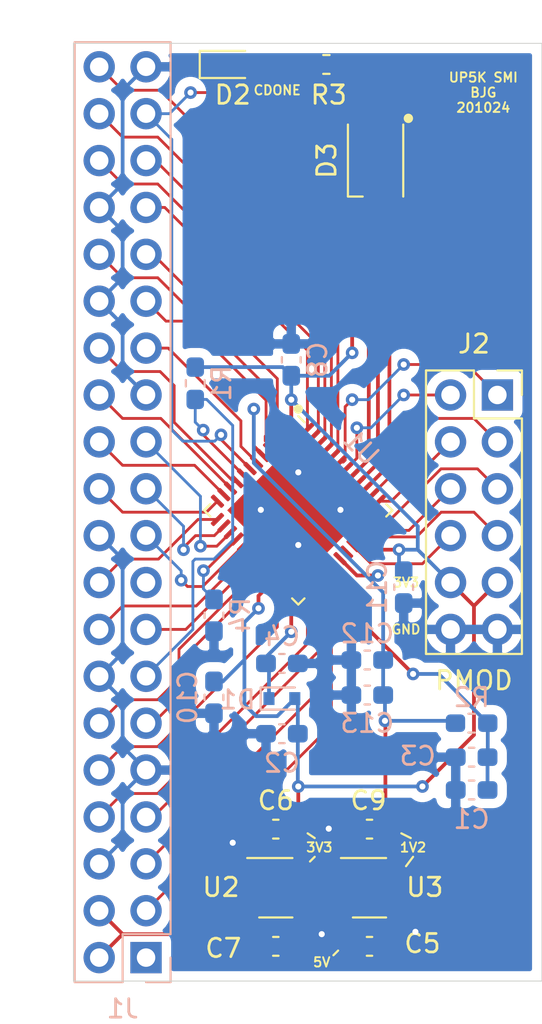
<source format=kicad_pcb>
(kicad_pcb (version 20171130) (host pcbnew "(5.1.7)-1")

  (general
    (thickness 1.6)
    (drawings 18)
    (tracks 373)
    (zones 0)
    (modules 25)
    (nets 47)
  )

  (page A4)
  (layers
    (0 F.Cu signal)
    (31 B.Cu signal)
    (32 B.Adhes user)
    (33 F.Adhes user)
    (34 B.Paste user)
    (35 F.Paste user)
    (36 B.SilkS user)
    (37 F.SilkS user)
    (38 B.Mask user)
    (39 F.Mask user)
    (40 Dwgs.User user)
    (41 Cmts.User user)
    (42 Eco1.User user)
    (43 Eco2.User user)
    (44 Edge.Cuts user)
    (45 Margin user)
    (46 B.CrtYd user)
    (47 F.CrtYd user)
    (48 B.Fab user)
    (49 F.Fab user)
  )

  (setup
    (last_trace_width 0.1524)
    (trace_clearance 0.1524)
    (zone_clearance 0.508)
    (zone_45_only no)
    (trace_min 0.1524)
    (via_size 0.6858)
    (via_drill 0.3302)
    (via_min_size 0.508)
    (via_min_drill 0.254)
    (uvia_size 0.6858)
    (uvia_drill 0.3302)
    (uvias_allowed no)
    (uvia_min_size 0.2)
    (uvia_min_drill 0.1)
    (edge_width 0.05)
    (segment_width 0.2)
    (pcb_text_width 0.3)
    (pcb_text_size 1.5 1.5)
    (mod_edge_width 0.12)
    (mod_text_size 1 1)
    (mod_text_width 0.15)
    (pad_size 1.524 1.524)
    (pad_drill 0.762)
    (pad_to_mask_clearance 0.0508)
    (aux_axis_origin 0 0)
    (visible_elements 7FFFFFFF)
    (pcbplotparams
      (layerselection 0x010fc_ffffffff)
      (usegerberextensions false)
      (usegerberattributes true)
      (usegerberadvancedattributes true)
      (creategerberjobfile true)
      (excludeedgelayer true)
      (linewidth 0.100000)
      (plotframeref false)
      (viasonmask false)
      (mode 1)
      (useauxorigin false)
      (hpglpennumber 1)
      (hpglpenspeed 20)
      (hpglpendiameter 15.000000)
      (psnegative false)
      (psa4output false)
      (plotreference true)
      (plotvalue true)
      (plotinvisibletext false)
      (padsonsilk false)
      (subtractmaskfromsilk false)
      (outputformat 1)
      (mirror false)
      (drillshape 1)
      (scaleselection 1)
      (outputdirectory ""))
  )

  (net 0 "")
  (net 1 GND)
  (net 2 /VCC_PLL)
  (net 3 +3V3)
  (net 4 +2V5)
  (net 5 +5V)
  (net 6 +1V2)
  (net 7 /CDONE)
  (net 8 /LED_R)
  (net 9 /LED_G)
  (net 10 /LED_B)
  (net 11 /CRESET)
  (net 12 /SA3)
  (net 13 /SA2)
  (net 14 /SA1)
  (net 15 /SD6)
  (net 16 /SD7)
  (net 17 /SD9)
  (net 18 /SD10)
  (net 19 /SD14)
  (net 20 /SD15)
  (net 21 /SD16)
  (net 22 /SD2_MOSI)
  (net 23 /SD1_MISO)
  (net 24 /SD17)
  (net 25 /SD3_SCLK)
  (net 26 /SD0)
  (net 27 /SWE_SRW)
  (net 28 /SA5)
  (net 29 /SA4)
  (net 30 /SA0)
  (net 31 /SOE_SE)
  (net 32 /SD4)
  (net 33 /SD5)
  (net 34 /SD11)
  (net 35 /SD8)
  (net 36 /SD12)
  (net 37 /SD13)
  (net 38 /PMOD4)
  (net 39 /PMOD10)
  (net 40 /PMOD3)
  (net 41 /PMOD9)
  (net 42 /PMOD2)
  (net 43 /PMOD8)
  (net 44 /PMOD1)
  (net 45 /PMOD7)
  (net 46 /SPI_SS)

  (net_class Default "This is the default net class."
    (clearance 0.1524)
    (trace_width 0.1524)
    (via_dia 0.6858)
    (via_drill 0.3302)
    (uvia_dia 0.6858)
    (uvia_drill 0.3302)
  )

  (net_class LED ""
    (clearance 0.2032)
    (trace_width 0.2032)
    (via_dia 0.6858)
    (via_drill 0.3302)
    (uvia_dia 0.6858)
    (uvia_drill 0.3302)
    (add_net /LED_B)
    (add_net /LED_G)
    (add_net /LED_R)
  )

  (net_class Power ""
    (clearance 0.2032)
    (trace_width 0.2032)
    (via_dia 0.6858)
    (via_drill 0.3302)
    (uvia_dia 0.6858)
    (uvia_drill 0.3302)
    (add_net +1V2)
    (add_net +2V5)
    (add_net +3V3)
    (add_net +5V)
    (add_net /VCC_PLL)
    (add_net GND)
  )

  (net_class Signal ""
    (clearance 0.1524)
    (trace_width 0.1524)
    (via_dia 0.6858)
    (via_drill 0.3302)
    (uvia_dia 0.6858)
    (uvia_drill 0.3302)
    (add_net /CDONE)
    (add_net /CRESET)
    (add_net /PMOD1)
    (add_net /PMOD10)
    (add_net /PMOD2)
    (add_net /PMOD3)
    (add_net /PMOD4)
    (add_net /PMOD7)
    (add_net /PMOD8)
    (add_net /PMOD9)
    (add_net /SA0)
    (add_net /SA1)
    (add_net /SA2)
    (add_net /SA3)
    (add_net /SA4)
    (add_net /SA5)
    (add_net /SD0)
    (add_net /SD10)
    (add_net /SD11)
    (add_net /SD12)
    (add_net /SD13)
    (add_net /SD14)
    (add_net /SD15)
    (add_net /SD16)
    (add_net /SD17)
    (add_net /SD1_MISO)
    (add_net /SD2_MOSI)
    (add_net /SD3_SCLK)
    (add_net /SD4)
    (add_net /SD5)
    (add_net /SD6)
    (add_net /SD7)
    (add_net /SD8)
    (add_net /SD9)
    (add_net /SOE_SE)
    (add_net /SPI_SS)
    (add_net /SWE_SRW)
  )

  (module Package_DFN_QFN:QFN-48-1EP_7x7mm_P0.5mm_EP5.45x5.45mm (layer F.Cu) (tedit 5DC5F6A5) (tstamp 5F92FBA5)
    (at 76.835 81.814051 315)
    (descr "QFN, 48 Pin (http://www.thatcorp.com/datashts/THAT_626x_Datasheet.pdf), generated with kicad-footprint-generator ipc_noLead_generator.py")
    (tags "QFN NoLead")
    (path /5F8F266F)
    (attr smd)
    (fp_text reference U1 (at 0 -4.82 135) (layer B.SilkS)
      (effects (font (size 1 1) (thickness 0.15)) (justify mirror))
    )
    (fp_text value ICE40UP5K-SG48ITR (at 0 4.82 135) (layer F.Fab)
      (effects (font (size 1 1) (thickness 0.15)))
    )
    (fp_line (start 3.135 -3.61) (end 3.61 -3.61) (layer F.SilkS) (width 0.12))
    (fp_line (start 3.61 -3.61) (end 3.61 -3.135) (layer F.SilkS) (width 0.12))
    (fp_line (start -3.135 3.61) (end -3.61 3.61) (layer F.SilkS) (width 0.12))
    (fp_line (start -3.61 3.61) (end -3.61 3.135) (layer F.SilkS) (width 0.12))
    (fp_line (start 3.135 3.61) (end 3.61 3.61) (layer F.SilkS) (width 0.12))
    (fp_line (start 3.61 3.61) (end 3.61 3.135) (layer F.SilkS) (width 0.12))
    (fp_line (start -3.135 -3.61) (end -3.61 -3.61) (layer F.SilkS) (width 0.12))
    (fp_line (start -2.5 -3.5) (end 3.5 -3.5) (layer F.Fab) (width 0.1))
    (fp_line (start 3.5 -3.5) (end 3.5 3.5) (layer F.Fab) (width 0.1))
    (fp_line (start 3.5 3.5) (end -3.5 3.5) (layer F.Fab) (width 0.1))
    (fp_line (start -3.5 3.5) (end -3.5 -2.5) (layer F.Fab) (width 0.1))
    (fp_line (start -3.5 -2.5) (end -2.5 -3.5) (layer F.Fab) (width 0.1))
    (fp_line (start -4.12 -4.12) (end -4.12 4.12) (layer F.CrtYd) (width 0.05))
    (fp_line (start -4.12 4.12) (end 4.12 4.12) (layer F.CrtYd) (width 0.05))
    (fp_line (start 4.12 4.12) (end 4.12 -4.12) (layer F.CrtYd) (width 0.05))
    (fp_line (start 4.12 -4.12) (end -4.12 -4.12) (layer F.CrtYd) (width 0.05))
    (fp_text user %R (at 0 0 135) (layer F.Fab)
      (effects (font (size 1 1) (thickness 0.15)))
    )
    (pad 1 smd roundrect (at -3.45 -2.75 315) (size 0.85 0.25) (layers F.Cu F.Paste F.Mask) (roundrect_rratio 0.25)
      (net 3 +3V3))
    (pad 2 smd roundrect (at -3.45 -2.25 315) (size 0.85 0.25) (layers F.Cu F.Paste F.Mask) (roundrect_rratio 0.25)
      (net 31 /SOE_SE))
    (pad 3 smd roundrect (at -3.45 -1.75 315) (size 0.85 0.25) (layers F.Cu F.Paste F.Mask) (roundrect_rratio 0.25)
      (net 32 /SD4))
    (pad 4 smd roundrect (at -3.45 -1.25 315) (size 0.85 0.25) (layers F.Cu F.Paste F.Mask) (roundrect_rratio 0.25)
      (net 30 /SA0))
    (pad 5 smd roundrect (at -3.45 -0.75 315) (size 0.85 0.25) (layers F.Cu F.Paste F.Mask) (roundrect_rratio 0.25)
      (net 6 +1V2))
    (pad 6 smd roundrect (at -3.45 -0.25 315) (size 0.85 0.25) (layers F.Cu F.Paste F.Mask) (roundrect_rratio 0.25)
      (net 28 /SA5))
    (pad 7 smd roundrect (at -3.45 0.25 315) (size 0.85 0.25) (layers F.Cu F.Paste F.Mask) (roundrect_rratio 0.25)
      (net 7 /CDONE))
    (pad 8 smd roundrect (at -3.45 0.75 315) (size 0.85 0.25) (layers F.Cu F.Paste F.Mask) (roundrect_rratio 0.25)
      (net 11 /CRESET))
    (pad 9 smd roundrect (at -3.45 1.25 315) (size 0.85 0.25) (layers F.Cu F.Paste F.Mask) (roundrect_rratio 0.25)
      (net 29 /SA4))
    (pad 10 smd roundrect (at -3.45 1.75 315) (size 0.85 0.25) (layers F.Cu F.Paste F.Mask) (roundrect_rratio 0.25)
      (net 27 /SWE_SRW))
    (pad 11 smd roundrect (at -3.45 2.25 315) (size 0.85 0.25) (layers F.Cu F.Paste F.Mask) (roundrect_rratio 0.25)
      (net 26 /SD0))
    (pad 12 smd roundrect (at -3.45 2.75 315) (size 0.85 0.25) (layers F.Cu F.Paste F.Mask) (roundrect_rratio 0.25)
      (net 24 /SD17))
    (pad 13 smd roundrect (at -2.75 3.45 315) (size 0.25 0.85) (layers F.Cu F.Paste F.Mask) (roundrect_rratio 0.25)
      (net 21 /SD16))
    (pad 14 smd roundrect (at -2.25 3.45 315) (size 0.25 0.85) (layers F.Cu F.Paste F.Mask) (roundrect_rratio 0.25)
      (net 23 /SD1_MISO))
    (pad 15 smd roundrect (at -1.75 3.45 315) (size 0.25 0.85) (layers F.Cu F.Paste F.Mask) (roundrect_rratio 0.25)
      (net 25 /SD3_SCLK))
    (pad 16 smd roundrect (at -1.25 3.45 315) (size 0.25 0.85) (layers F.Cu F.Paste F.Mask) (roundrect_rratio 0.25)
      (net 46 /SPI_SS))
    (pad 17 smd roundrect (at -0.75 3.45 315) (size 0.25 0.85) (layers F.Cu F.Paste F.Mask) (roundrect_rratio 0.25)
      (net 22 /SD2_MOSI))
    (pad 18 smd roundrect (at -0.25 3.45 315) (size 0.25 0.85) (layers F.Cu F.Paste F.Mask) (roundrect_rratio 0.25)
      (net 20 /SD15))
    (pad 19 smd roundrect (at 0.25 3.45 315) (size 0.25 0.85) (layers F.Cu F.Paste F.Mask) (roundrect_rratio 0.25)
      (net 19 /SD14))
    (pad 20 smd roundrect (at 0.75 3.45 315) (size 0.25 0.85) (layers F.Cu F.Paste F.Mask) (roundrect_rratio 0.25)
      (net 18 /SD10))
    (pad 21 smd roundrect (at 1.25 3.45 315) (size 0.25 0.85) (layers F.Cu F.Paste F.Mask) (roundrect_rratio 0.25)
      (net 17 /SD9))
    (pad 22 smd roundrect (at 1.75 3.45 315) (size 0.25 0.85) (layers F.Cu F.Paste F.Mask) (roundrect_rratio 0.25)
      (net 3 +3V3))
    (pad 23 smd roundrect (at 2.25 3.45 315) (size 0.25 0.85) (layers F.Cu F.Paste F.Mask) (roundrect_rratio 0.25)
      (net 16 /SD7))
    (pad 24 smd roundrect (at 2.75 3.45 315) (size 0.25 0.85) (layers F.Cu F.Paste F.Mask) (roundrect_rratio 0.25)
      (net 4 +2V5))
    (pad 25 smd roundrect (at 3.45 2.75 315) (size 0.85 0.25) (layers F.Cu F.Paste F.Mask) (roundrect_rratio 0.25)
      (net 15 /SD6))
    (pad 26 smd roundrect (at 3.45 2.25 315) (size 0.85 0.25) (layers F.Cu F.Paste F.Mask) (roundrect_rratio 0.25)
      (net 14 /SA1))
    (pad 27 smd roundrect (at 3.45 1.75 315) (size 0.85 0.25) (layers F.Cu F.Paste F.Mask) (roundrect_rratio 0.25)
      (net 13 /SA2))
    (pad 28 smd roundrect (at 3.45 1.25 315) (size 0.85 0.25) (layers F.Cu F.Paste F.Mask) (roundrect_rratio 0.25)
      (net 12 /SA3))
    (pad 29 smd roundrect (at 3.45 0.75 315) (size 0.85 0.25) (layers F.Cu F.Paste F.Mask) (roundrect_rratio 0.25)
      (net 2 /VCC_PLL))
    (pad 30 smd roundrect (at 3.45 0.25 315) (size 0.85 0.25) (layers F.Cu F.Paste F.Mask) (roundrect_rratio 0.25)
      (net 6 +1V2))
    (pad 31 smd roundrect (at 3.45 -0.25 315) (size 0.85 0.25) (layers F.Cu F.Paste F.Mask) (roundrect_rratio 0.25))
    (pad 32 smd roundrect (at 3.45 -0.75 315) (size 0.85 0.25) (layers F.Cu F.Paste F.Mask) (roundrect_rratio 0.25)
      (net 38 /PMOD4))
    (pad 33 smd roundrect (at 3.45 -1.25 315) (size 0.85 0.25) (layers F.Cu F.Paste F.Mask) (roundrect_rratio 0.25)
      (net 3 +3V3))
    (pad 34 smd roundrect (at 3.45 -1.75 315) (size 0.85 0.25) (layers F.Cu F.Paste F.Mask) (roundrect_rratio 0.25)
      (net 39 /PMOD10))
    (pad 35 smd roundrect (at 3.45 -2.25 315) (size 0.85 0.25) (layers F.Cu F.Paste F.Mask) (roundrect_rratio 0.25)
      (net 40 /PMOD3))
    (pad 36 smd roundrect (at 3.45 -2.75 315) (size 0.85 0.25) (layers F.Cu F.Paste F.Mask) (roundrect_rratio 0.25)
      (net 41 /PMOD9))
    (pad 37 smd roundrect (at 2.75 -3.45 315) (size 0.25 0.85) (layers F.Cu F.Paste F.Mask) (roundrect_rratio 0.25)
      (net 42 /PMOD2))
    (pad 38 smd roundrect (at 2.25 -3.45 315) (size 0.25 0.85) (layers F.Cu F.Paste F.Mask) (roundrect_rratio 0.25)
      (net 43 /PMOD8))
    (pad 39 smd roundrect (at 1.75 -3.45 315) (size 0.25 0.85) (layers F.Cu F.Paste F.Mask) (roundrect_rratio 0.25)
      (net 8 /LED_R))
    (pad 40 smd roundrect (at 1.25 -3.45 315) (size 0.25 0.85) (layers F.Cu F.Paste F.Mask) (roundrect_rratio 0.25)
      (net 9 /LED_G))
    (pad 41 smd roundrect (at 0.75 -3.45 315) (size 0.25 0.85) (layers F.Cu F.Paste F.Mask) (roundrect_rratio 0.25)
      (net 10 /LED_B))
    (pad 42 smd roundrect (at 0.25 -3.45 315) (size 0.25 0.85) (layers F.Cu F.Paste F.Mask) (roundrect_rratio 0.25)
      (net 44 /PMOD1))
    (pad 43 smd roundrect (at -0.25 -3.45 315) (size 0.25 0.85) (layers F.Cu F.Paste F.Mask) (roundrect_rratio 0.25)
      (net 45 /PMOD7))
    (pad 44 smd roundrect (at -0.75 -3.45 315) (size 0.25 0.85) (layers F.Cu F.Paste F.Mask) (roundrect_rratio 0.25)
      (net 37 /SD13))
    (pad 45 smd roundrect (at -1.25 -3.45 315) (size 0.25 0.85) (layers F.Cu F.Paste F.Mask) (roundrect_rratio 0.25)
      (net 36 /SD12))
    (pad 46 smd roundrect (at -1.75 -3.45 315) (size 0.25 0.85) (layers F.Cu F.Paste F.Mask) (roundrect_rratio 0.25)
      (net 34 /SD11))
    (pad 47 smd roundrect (at -2.25 -3.45 315) (size 0.25 0.85) (layers F.Cu F.Paste F.Mask) (roundrect_rratio 0.25)
      (net 35 /SD8))
    (pad 48 smd roundrect (at -2.75 -3.45 315) (size 0.25 0.85) (layers F.Cu F.Paste F.Mask) (roundrect_rratio 0.25)
      (net 33 /SD5))
    (pad 49 smd rect (at 0 0 315) (size 5.45 5.45) (layers F.Cu F.Mask)
      (net 1 GND))
    (pad "" smd roundrect (at -2.04 -2.04 315) (size 1.1 1.1) (layers F.Paste) (roundrect_rratio 0.227273))
    (pad "" smd roundrect (at -2.04 -0.68 315) (size 1.1 1.1) (layers F.Paste) (roundrect_rratio 0.227273))
    (pad "" smd roundrect (at -2.04 0.68 315) (size 1.1 1.1) (layers F.Paste) (roundrect_rratio 0.227273))
    (pad "" smd roundrect (at -2.04 2.04 315) (size 1.1 1.1) (layers F.Paste) (roundrect_rratio 0.227273))
    (pad "" smd roundrect (at -0.68 -2.04 315) (size 1.1 1.1) (layers F.Paste) (roundrect_rratio 0.227273))
    (pad "" smd roundrect (at -0.68 -0.68 315) (size 1.1 1.1) (layers F.Paste) (roundrect_rratio 0.227273))
    (pad "" smd roundrect (at -0.68 0.68 315) (size 1.1 1.1) (layers F.Paste) (roundrect_rratio 0.227273))
    (pad "" smd roundrect (at -0.68 2.04 315) (size 1.1 1.1) (layers F.Paste) (roundrect_rratio 0.227273))
    (pad "" smd roundrect (at 0.68 -2.04 315) (size 1.1 1.1) (layers F.Paste) (roundrect_rratio 0.227273))
    (pad "" smd roundrect (at 0.68 -0.68 315) (size 1.1 1.1) (layers F.Paste) (roundrect_rratio 0.227273))
    (pad "" smd roundrect (at 0.68 0.68 315) (size 1.1 1.1) (layers F.Paste) (roundrect_rratio 0.227273))
    (pad "" smd roundrect (at 0.68 2.04 315) (size 1.1 1.1) (layers F.Paste) (roundrect_rratio 0.227273))
    (pad "" smd roundrect (at 2.04 -2.04 315) (size 1.1 1.1) (layers F.Paste) (roundrect_rratio 0.227273))
    (pad "" smd roundrect (at 2.04 -0.68 315) (size 1.1 1.1) (layers F.Paste) (roundrect_rratio 0.227273))
    (pad "" smd roundrect (at 2.04 0.68 315) (size 1.1 1.1) (layers F.Paste) (roundrect_rratio 0.227273))
    (pad "" smd roundrect (at 2.04 2.04 315) (size 1.1 1.1) (layers F.Paste) (roundrect_rratio 0.227273))
    (model ${KISYS3DMOD}/Package_DFN_QFN.3dshapes/QFN-48-1EP_7x7mm_P0.5mm_EP5.45x5.45mm.wrl
      (at (xyz 0 0 0))
      (scale (xyz 1 1 1))
      (rotate (xyz 0 0 0))
    )
  )

  (module Capacitor_SMD:C_0603_1608Metric_Pad1.08x0.95mm_HandSolder (layer B.Cu) (tedit 5F68FEEF) (tstamp 5F9094DE)
    (at 72.263 87.503 90)
    (descr "Capacitor SMD 0603 (1608 Metric), square (rectangular) end terminal, IPC_7351 nominal with elongated pad for handsoldering. (Body size source: IPC-SM-782 page 76, https://www.pcb-3d.com/wordpress/wp-content/uploads/ipc-sm-782a_amendment_1_and_2.pdf), generated with kicad-footprint-generator")
    (tags "capacitor handsolder")
    (path /5FBA55B1)
    (attr smd)
    (fp_text reference R4 (at 0 1.43 270) (layer B.SilkS)
      (effects (font (size 1 1) (thickness 0.15)) (justify mirror))
    )
    (fp_text value 10K (at 0 -1.43 270) (layer B.Fab)
      (effects (font (size 1 1) (thickness 0.15)) (justify mirror))
    )
    (fp_line (start 1.65 -0.73) (end -1.65 -0.73) (layer B.CrtYd) (width 0.05))
    (fp_line (start 1.65 0.73) (end 1.65 -0.73) (layer B.CrtYd) (width 0.05))
    (fp_line (start -1.65 0.73) (end 1.65 0.73) (layer B.CrtYd) (width 0.05))
    (fp_line (start -1.65 -0.73) (end -1.65 0.73) (layer B.CrtYd) (width 0.05))
    (fp_line (start -0.146267 -0.51) (end 0.146267 -0.51) (layer B.SilkS) (width 0.12))
    (fp_line (start -0.146267 0.51) (end 0.146267 0.51) (layer B.SilkS) (width 0.12))
    (fp_line (start 0.8 -0.4) (end -0.8 -0.4) (layer B.Fab) (width 0.1))
    (fp_line (start 0.8 0.4) (end 0.8 -0.4) (layer B.Fab) (width 0.1))
    (fp_line (start -0.8 0.4) (end 0.8 0.4) (layer B.Fab) (width 0.1))
    (fp_line (start -0.8 -0.4) (end -0.8 0.4) (layer B.Fab) (width 0.1))
    (fp_text user %R (at 0 0 270) (layer B.Fab)
      (effects (font (size 0.4 0.4) (thickness 0.06)) (justify mirror))
    )
    (pad 2 smd roundrect (at 0.8625 0 90) (size 1.075 0.95) (layers B.Cu B.Paste B.Mask) (roundrect_rratio 0.25)
      (net 46 /SPI_SS))
    (pad 1 smd roundrect (at -0.8625 0 90) (size 1.075 0.95) (layers B.Cu B.Paste B.Mask) (roundrect_rratio 0.25)
      (net 1 GND))
    (model ${KISYS3DMOD}/Capacitor_SMD.3dshapes/C_0603_1608Metric.wrl
      (at (xyz 0 0 0))
      (scale (xyz 1 1 1))
      (rotate (xyz 0 0 0))
    )
  )

  (module Capacitor_SMD:C_0603_1608Metric_Pad1.08x0.95mm_HandSolder (layer B.Cu) (tedit 5F68FEEF) (tstamp 5F8F9C25)
    (at 86.233 96.9645 180)
    (descr "Capacitor SMD 0603 (1608 Metric), square (rectangular) end terminal, IPC_7351 nominal with elongated pad for handsoldering. (Body size source: IPC-SM-782 page 76, https://www.pcb-3d.com/wordpress/wp-content/uploads/ipc-sm-782a_amendment_1_and_2.pdf), generated with kicad-footprint-generator")
    (tags "capacitor handsolder")
    (path /5F90BCA9)
    (attr smd)
    (fp_text reference C1 (at 0 -1.5875) (layer B.SilkS)
      (effects (font (size 1 1) (thickness 0.15)) (justify mirror))
    )
    (fp_text value 0.1u (at 0 -1.43) (layer B.Fab)
      (effects (font (size 1 1) (thickness 0.15)) (justify mirror))
    )
    (fp_line (start 1.65 -0.73) (end -1.65 -0.73) (layer B.CrtYd) (width 0.05))
    (fp_line (start 1.65 0.73) (end 1.65 -0.73) (layer B.CrtYd) (width 0.05))
    (fp_line (start -1.65 0.73) (end 1.65 0.73) (layer B.CrtYd) (width 0.05))
    (fp_line (start -1.65 -0.73) (end -1.65 0.73) (layer B.CrtYd) (width 0.05))
    (fp_line (start -0.146267 -0.51) (end 0.146267 -0.51) (layer B.SilkS) (width 0.12))
    (fp_line (start -0.146267 0.51) (end 0.146267 0.51) (layer B.SilkS) (width 0.12))
    (fp_line (start 0.8 -0.4) (end -0.8 -0.4) (layer B.Fab) (width 0.1))
    (fp_line (start 0.8 0.4) (end 0.8 -0.4) (layer B.Fab) (width 0.1))
    (fp_line (start -0.8 0.4) (end 0.8 0.4) (layer B.Fab) (width 0.1))
    (fp_line (start -0.8 -0.4) (end -0.8 0.4) (layer B.Fab) (width 0.1))
    (fp_text user %R (at 0 0) (layer B.Fab)
      (effects (font (size 0.4 0.4) (thickness 0.06)) (justify mirror))
    )
    (pad 2 smd roundrect (at 0.8625 0 180) (size 1.075 0.95) (layers B.Cu B.Paste B.Mask) (roundrect_rratio 0.25)
      (net 1 GND))
    (pad 1 smd roundrect (at -0.8625 0 180) (size 1.075 0.95) (layers B.Cu B.Paste B.Mask) (roundrect_rratio 0.25)
      (net 2 /VCC_PLL))
    (model ${KISYS3DMOD}/Capacitor_SMD.3dshapes/C_0603_1608Metric.wrl
      (at (xyz 0 0 0))
      (scale (xyz 1 1 1))
      (rotate (xyz 0 0 0))
    )
  )

  (module Capacitor_SMD:C_0603_1608Metric_Pad1.08x0.95mm_HandSolder (layer B.Cu) (tedit 5F68FEEF) (tstamp 5F8F9C36)
    (at 75.946 93.9165 180)
    (descr "Capacitor SMD 0603 (1608 Metric), square (rectangular) end terminal, IPC_7351 nominal with elongated pad for handsoldering. (Body size source: IPC-SM-782 page 76, https://www.pcb-3d.com/wordpress/wp-content/uploads/ipc-sm-782a_amendment_1_and_2.pdf), generated with kicad-footprint-generator")
    (tags "capacitor handsolder")
    (path /5F922AE2)
    (attr smd)
    (fp_text reference C2 (at 0 -1.5875) (layer B.SilkS)
      (effects (font (size 1 1) (thickness 0.15)) (justify mirror))
    )
    (fp_text value 0.1u (at 0 -1.43) (layer B.Fab)
      (effects (font (size 1 1) (thickness 0.15)) (justify mirror))
    )
    (fp_line (start 1.65 -0.73) (end -1.65 -0.73) (layer B.CrtYd) (width 0.05))
    (fp_line (start 1.65 0.73) (end 1.65 -0.73) (layer B.CrtYd) (width 0.05))
    (fp_line (start -1.65 0.73) (end 1.65 0.73) (layer B.CrtYd) (width 0.05))
    (fp_line (start -1.65 -0.73) (end -1.65 0.73) (layer B.CrtYd) (width 0.05))
    (fp_line (start -0.146267 -0.51) (end 0.146267 -0.51) (layer B.SilkS) (width 0.12))
    (fp_line (start -0.146267 0.51) (end 0.146267 0.51) (layer B.SilkS) (width 0.12))
    (fp_line (start 0.8 -0.4) (end -0.8 -0.4) (layer B.Fab) (width 0.1))
    (fp_line (start 0.8 0.4) (end 0.8 -0.4) (layer B.Fab) (width 0.1))
    (fp_line (start -0.8 0.4) (end 0.8 0.4) (layer B.Fab) (width 0.1))
    (fp_line (start -0.8 -0.4) (end -0.8 0.4) (layer B.Fab) (width 0.1))
    (fp_text user %R (at 0 0) (layer B.Fab)
      (effects (font (size 0.4 0.4) (thickness 0.06)) (justify mirror))
    )
    (pad 2 smd roundrect (at 0.8625 0 180) (size 1.075 0.95) (layers B.Cu B.Paste B.Mask) (roundrect_rratio 0.25)
      (net 1 GND))
    (pad 1 smd roundrect (at -0.8625 0 180) (size 1.075 0.95) (layers B.Cu B.Paste B.Mask) (roundrect_rratio 0.25)
      (net 3 +3V3))
    (model ${KISYS3DMOD}/Capacitor_SMD.3dshapes/C_0603_1608Metric.wrl
      (at (xyz 0 0 0))
      (scale (xyz 1 1 1))
      (rotate (xyz 0 0 0))
    )
  )

  (module Capacitor_SMD:C_0603_1608Metric_Pad1.08x0.95mm_HandSolder (layer B.Cu) (tedit 5F68FEEF) (tstamp 5F8F9C47)
    (at 86.233 95.1865 180)
    (descr "Capacitor SMD 0603 (1608 Metric), square (rectangular) end terminal, IPC_7351 nominal with elongated pad for handsoldering. (Body size source: IPC-SM-782 page 76, https://www.pcb-3d.com/wordpress/wp-content/uploads/ipc-sm-782a_amendment_1_and_2.pdf), generated with kicad-footprint-generator")
    (tags "capacitor handsolder")
    (path /5F90C597)
    (attr smd)
    (fp_text reference C3 (at 2.921 0.0635) (layer B.SilkS)
      (effects (font (size 1 1) (thickness 0.15)) (justify mirror))
    )
    (fp_text value 4.7u (at 0 -1.43) (layer B.Fab)
      (effects (font (size 1 1) (thickness 0.15)) (justify mirror))
    )
    (fp_line (start -0.8 -0.4) (end -0.8 0.4) (layer B.Fab) (width 0.1))
    (fp_line (start -0.8 0.4) (end 0.8 0.4) (layer B.Fab) (width 0.1))
    (fp_line (start 0.8 0.4) (end 0.8 -0.4) (layer B.Fab) (width 0.1))
    (fp_line (start 0.8 -0.4) (end -0.8 -0.4) (layer B.Fab) (width 0.1))
    (fp_line (start -0.146267 0.51) (end 0.146267 0.51) (layer B.SilkS) (width 0.12))
    (fp_line (start -0.146267 -0.51) (end 0.146267 -0.51) (layer B.SilkS) (width 0.12))
    (fp_line (start -1.65 -0.73) (end -1.65 0.73) (layer B.CrtYd) (width 0.05))
    (fp_line (start -1.65 0.73) (end 1.65 0.73) (layer B.CrtYd) (width 0.05))
    (fp_line (start 1.65 0.73) (end 1.65 -0.73) (layer B.CrtYd) (width 0.05))
    (fp_line (start 1.65 -0.73) (end -1.65 -0.73) (layer B.CrtYd) (width 0.05))
    (fp_text user %R (at 0 0) (layer B.Fab)
      (effects (font (size 0.4 0.4) (thickness 0.06)) (justify mirror))
    )
    (pad 1 smd roundrect (at -0.8625 0 180) (size 1.075 0.95) (layers B.Cu B.Paste B.Mask) (roundrect_rratio 0.25)
      (net 2 /VCC_PLL))
    (pad 2 smd roundrect (at 0.8625 0 180) (size 1.075 0.95) (layers B.Cu B.Paste B.Mask) (roundrect_rratio 0.25)
      (net 1 GND))
    (model ${KISYS3DMOD}/Capacitor_SMD.3dshapes/C_0603_1608Metric.wrl
      (at (xyz 0 0 0))
      (scale (xyz 1 1 1))
      (rotate (xyz 0 0 0))
    )
  )

  (module Capacitor_SMD:C_0603_1608Metric_Pad1.08x0.95mm_HandSolder (layer B.Cu) (tedit 5F68FEEF) (tstamp 5F8F9C58)
    (at 75.946 90.1065)
    (descr "Capacitor SMD 0603 (1608 Metric), square (rectangular) end terminal, IPC_7351 nominal with elongated pad for handsoldering. (Body size source: IPC-SM-782 page 76, https://www.pcb-3d.com/wordpress/wp-content/uploads/ipc-sm-782a_amendment_1_and_2.pdf), generated with kicad-footprint-generator")
    (tags "capacitor handsolder")
    (path /5F922E7E)
    (attr smd)
    (fp_text reference C4 (at 0 -1.4605) (layer B.SilkS)
      (effects (font (size 1 1) (thickness 0.15)) (justify mirror))
    )
    (fp_text value 4.7u (at 0 -1.43) (layer B.Fab)
      (effects (font (size 1 1) (thickness 0.15)) (justify mirror))
    )
    (fp_line (start -0.8 -0.4) (end -0.8 0.4) (layer B.Fab) (width 0.1))
    (fp_line (start -0.8 0.4) (end 0.8 0.4) (layer B.Fab) (width 0.1))
    (fp_line (start 0.8 0.4) (end 0.8 -0.4) (layer B.Fab) (width 0.1))
    (fp_line (start 0.8 -0.4) (end -0.8 -0.4) (layer B.Fab) (width 0.1))
    (fp_line (start -0.146267 0.51) (end 0.146267 0.51) (layer B.SilkS) (width 0.12))
    (fp_line (start -0.146267 -0.51) (end 0.146267 -0.51) (layer B.SilkS) (width 0.12))
    (fp_line (start -1.65 -0.73) (end -1.65 0.73) (layer B.CrtYd) (width 0.05))
    (fp_line (start -1.65 0.73) (end 1.65 0.73) (layer B.CrtYd) (width 0.05))
    (fp_line (start 1.65 0.73) (end 1.65 -0.73) (layer B.CrtYd) (width 0.05))
    (fp_line (start 1.65 -0.73) (end -1.65 -0.73) (layer B.CrtYd) (width 0.05))
    (fp_text user %R (at 0 0) (layer B.Fab)
      (effects (font (size 0.4 0.4) (thickness 0.06)) (justify mirror))
    )
    (pad 1 smd roundrect (at -0.8625 0) (size 1.075 0.95) (layers B.Cu B.Paste B.Mask) (roundrect_rratio 0.25)
      (net 4 +2V5))
    (pad 2 smd roundrect (at 0.8625 0) (size 1.075 0.95) (layers B.Cu B.Paste B.Mask) (roundrect_rratio 0.25)
      (net 1 GND))
    (model ${KISYS3DMOD}/Capacitor_SMD.3dshapes/C_0603_1608Metric.wrl
      (at (xyz 0 0 0))
      (scale (xyz 1 1 1))
      (rotate (xyz 0 0 0))
    )
  )

  (module Capacitor_SMD:C_0603_1608Metric_Pad1.08x0.95mm_HandSolder (layer F.Cu) (tedit 5F68FEEF) (tstamp 5F9469E0)
    (at 80.6958 105.4354)
    (descr "Capacitor SMD 0603 (1608 Metric), square (rectangular) end terminal, IPC_7351 nominal with elongated pad for handsoldering. (Body size source: IPC-SM-782 page 76, https://www.pcb-3d.com/wordpress/wp-content/uploads/ipc-sm-782a_amendment_1_and_2.pdf), generated with kicad-footprint-generator")
    (tags "capacitor handsolder")
    (path /5F939E22)
    (attr smd)
    (fp_text reference C5 (at 2.8702 -0.1524) (layer F.SilkS)
      (effects (font (size 1 1) (thickness 0.15)))
    )
    (fp_text value 4.7u (at 0 1.43) (layer F.Fab)
      (effects (font (size 1 1) (thickness 0.15)))
    )
    (fp_line (start -0.8 0.4) (end -0.8 -0.4) (layer F.Fab) (width 0.1))
    (fp_line (start -0.8 -0.4) (end 0.8 -0.4) (layer F.Fab) (width 0.1))
    (fp_line (start 0.8 -0.4) (end 0.8 0.4) (layer F.Fab) (width 0.1))
    (fp_line (start 0.8 0.4) (end -0.8 0.4) (layer F.Fab) (width 0.1))
    (fp_line (start -0.146267 -0.51) (end 0.146267 -0.51) (layer F.SilkS) (width 0.12))
    (fp_line (start -0.146267 0.51) (end 0.146267 0.51) (layer F.SilkS) (width 0.12))
    (fp_line (start -1.65 0.73) (end -1.65 -0.73) (layer F.CrtYd) (width 0.05))
    (fp_line (start -1.65 -0.73) (end 1.65 -0.73) (layer F.CrtYd) (width 0.05))
    (fp_line (start 1.65 -0.73) (end 1.65 0.73) (layer F.CrtYd) (width 0.05))
    (fp_line (start 1.65 0.73) (end -1.65 0.73) (layer F.CrtYd) (width 0.05))
    (fp_text user %R (at 0 0) (layer F.Fab)
      (effects (font (size 0.4 0.4) (thickness 0.06)))
    )
    (pad 1 smd roundrect (at -0.8625 0) (size 1.075 0.95) (layers F.Cu F.Paste F.Mask) (roundrect_rratio 0.25)
      (net 5 +5V))
    (pad 2 smd roundrect (at 0.8625 0) (size 1.075 0.95) (layers F.Cu F.Paste F.Mask) (roundrect_rratio 0.25)
      (net 1 GND))
    (model ${KISYS3DMOD}/Capacitor_SMD.3dshapes/C_0603_1608Metric.wrl
      (at (xyz 0 0 0))
      (scale (xyz 1 1 1))
      (rotate (xyz 0 0 0))
    )
  )

  (module Capacitor_SMD:C_0603_1608Metric_Pad1.08x0.95mm_HandSolder (layer F.Cu) (tedit 5F68FEEF) (tstamp 5F946BE7)
    (at 75.6158 99.0854 180)
    (descr "Capacitor SMD 0603 (1608 Metric), square (rectangular) end terminal, IPC_7351 nominal with elongated pad for handsoldering. (Body size source: IPC-SM-782 page 76, https://www.pcb-3d.com/wordpress/wp-content/uploads/ipc-sm-782a_amendment_1_and_2.pdf), generated with kicad-footprint-generator")
    (tags "capacitor handsolder")
    (path /5F9399A1)
    (attr smd)
    (fp_text reference C6 (at 0 1.5494) (layer F.SilkS)
      (effects (font (size 1 1) (thickness 0.15)))
    )
    (fp_text value 4.7u (at 0 1.43) (layer F.Fab)
      (effects (font (size 1 1) (thickness 0.15)))
    )
    (fp_line (start 1.65 0.73) (end -1.65 0.73) (layer F.CrtYd) (width 0.05))
    (fp_line (start 1.65 -0.73) (end 1.65 0.73) (layer F.CrtYd) (width 0.05))
    (fp_line (start -1.65 -0.73) (end 1.65 -0.73) (layer F.CrtYd) (width 0.05))
    (fp_line (start -1.65 0.73) (end -1.65 -0.73) (layer F.CrtYd) (width 0.05))
    (fp_line (start -0.146267 0.51) (end 0.146267 0.51) (layer F.SilkS) (width 0.12))
    (fp_line (start -0.146267 -0.51) (end 0.146267 -0.51) (layer F.SilkS) (width 0.12))
    (fp_line (start 0.8 0.4) (end -0.8 0.4) (layer F.Fab) (width 0.1))
    (fp_line (start 0.8 -0.4) (end 0.8 0.4) (layer F.Fab) (width 0.1))
    (fp_line (start -0.8 -0.4) (end 0.8 -0.4) (layer F.Fab) (width 0.1))
    (fp_line (start -0.8 0.4) (end -0.8 -0.4) (layer F.Fab) (width 0.1))
    (fp_text user %R (at 0 0) (layer F.Fab)
      (effects (font (size 0.4 0.4) (thickness 0.06)))
    )
    (pad 2 smd roundrect (at 0.8625 0 180) (size 1.075 0.95) (layers F.Cu F.Paste F.Mask) (roundrect_rratio 0.25)
      (net 1 GND))
    (pad 1 smd roundrect (at -0.8625 0 180) (size 1.075 0.95) (layers F.Cu F.Paste F.Mask) (roundrect_rratio 0.25)
      (net 3 +3V3))
    (model ${KISYS3DMOD}/Capacitor_SMD.3dshapes/C_0603_1608Metric.wrl
      (at (xyz 0 0 0))
      (scale (xyz 1 1 1))
      (rotate (xyz 0 0 0))
    )
  )

  (module Capacitor_SMD:C_0603_1608Metric_Pad1.08x0.95mm_HandSolder (layer F.Cu) (tedit 5F68FEEF) (tstamp 5F946BB7)
    (at 75.6158 105.4354)
    (descr "Capacitor SMD 0603 (1608 Metric), square (rectangular) end terminal, IPC_7351 nominal with elongated pad for handsoldering. (Body size source: IPC-SM-782 page 76, https://www.pcb-3d.com/wordpress/wp-content/uploads/ipc-sm-782a_amendment_1_and_2.pdf), generated with kicad-footprint-generator")
    (tags "capacitor handsolder")
    (path /5F94E8CD)
    (attr smd)
    (fp_text reference C7 (at -2.8448 0.1016) (layer F.SilkS)
      (effects (font (size 1 1) (thickness 0.15)))
    )
    (fp_text value 4.7u (at 0 1.43) (layer F.Fab)
      (effects (font (size 1 1) (thickness 0.15)))
    )
    (fp_line (start -0.8 0.4) (end -0.8 -0.4) (layer F.Fab) (width 0.1))
    (fp_line (start -0.8 -0.4) (end 0.8 -0.4) (layer F.Fab) (width 0.1))
    (fp_line (start 0.8 -0.4) (end 0.8 0.4) (layer F.Fab) (width 0.1))
    (fp_line (start 0.8 0.4) (end -0.8 0.4) (layer F.Fab) (width 0.1))
    (fp_line (start -0.146267 -0.51) (end 0.146267 -0.51) (layer F.SilkS) (width 0.12))
    (fp_line (start -0.146267 0.51) (end 0.146267 0.51) (layer F.SilkS) (width 0.12))
    (fp_line (start -1.65 0.73) (end -1.65 -0.73) (layer F.CrtYd) (width 0.05))
    (fp_line (start -1.65 -0.73) (end 1.65 -0.73) (layer F.CrtYd) (width 0.05))
    (fp_line (start 1.65 -0.73) (end 1.65 0.73) (layer F.CrtYd) (width 0.05))
    (fp_line (start 1.65 0.73) (end -1.65 0.73) (layer F.CrtYd) (width 0.05))
    (fp_text user %R (at 0 0) (layer F.Fab)
      (effects (font (size 0.4 0.4) (thickness 0.06)))
    )
    (pad 1 smd roundrect (at -0.8625 0) (size 1.075 0.95) (layers F.Cu F.Paste F.Mask) (roundrect_rratio 0.25)
      (net 5 +5V))
    (pad 2 smd roundrect (at 0.8625 0) (size 1.075 0.95) (layers F.Cu F.Paste F.Mask) (roundrect_rratio 0.25)
      (net 1 GND))
    (model ${KISYS3DMOD}/Capacitor_SMD.3dshapes/C_0603_1608Metric.wrl
      (at (xyz 0 0 0))
      (scale (xyz 1 1 1))
      (rotate (xyz 0 0 0))
    )
  )

  (module Capacitor_SMD:C_0603_1608Metric_Pad1.08x0.95mm_HandSolder (layer B.Cu) (tedit 5F68FEEF) (tstamp 5F92B0D1)
    (at 76.454 73.66 90)
    (descr "Capacitor SMD 0603 (1608 Metric), square (rectangular) end terminal, IPC_7351 nominal with elongated pad for handsoldering. (Body size source: IPC-SM-782 page 76, https://www.pcb-3d.com/wordpress/wp-content/uploads/ipc-sm-782a_amendment_1_and_2.pdf), generated with kicad-footprint-generator")
    (tags "capacitor handsolder")
    (path /5F962381)
    (attr smd)
    (fp_text reference C8 (at 0 1.43 270) (layer B.SilkS)
      (effects (font (size 1 1) (thickness 0.15)) (justify mirror))
    )
    (fp_text value 4.7u (at 0 -1.43 270) (layer B.Fab)
      (effects (font (size 1 1) (thickness 0.15)) (justify mirror))
    )
    (fp_line (start -0.8 -0.4) (end -0.8 0.4) (layer B.Fab) (width 0.1))
    (fp_line (start -0.8 0.4) (end 0.8 0.4) (layer B.Fab) (width 0.1))
    (fp_line (start 0.8 0.4) (end 0.8 -0.4) (layer B.Fab) (width 0.1))
    (fp_line (start 0.8 -0.4) (end -0.8 -0.4) (layer B.Fab) (width 0.1))
    (fp_line (start -0.146267 0.51) (end 0.146267 0.51) (layer B.SilkS) (width 0.12))
    (fp_line (start -0.146267 -0.51) (end 0.146267 -0.51) (layer B.SilkS) (width 0.12))
    (fp_line (start -1.65 -0.73) (end -1.65 0.73) (layer B.CrtYd) (width 0.05))
    (fp_line (start -1.65 0.73) (end 1.65 0.73) (layer B.CrtYd) (width 0.05))
    (fp_line (start 1.65 0.73) (end 1.65 -0.73) (layer B.CrtYd) (width 0.05))
    (fp_line (start 1.65 -0.73) (end -1.65 -0.73) (layer B.CrtYd) (width 0.05))
    (fp_text user %R (at 0 0 270) (layer B.Fab)
      (effects (font (size 0.4 0.4) (thickness 0.06)) (justify mirror))
    )
    (pad 1 smd roundrect (at -0.8625 0 90) (size 1.075 0.95) (layers B.Cu B.Paste B.Mask) (roundrect_rratio 0.25)
      (net 3 +3V3))
    (pad 2 smd roundrect (at 0.8625 0 90) (size 1.075 0.95) (layers B.Cu B.Paste B.Mask) (roundrect_rratio 0.25)
      (net 1 GND))
    (model ${KISYS3DMOD}/Capacitor_SMD.3dshapes/C_0603_1608Metric.wrl
      (at (xyz 0 0 0))
      (scale (xyz 1 1 1))
      (rotate (xyz 0 0 0))
    )
  )

  (module Capacitor_SMD:C_0603_1608Metric_Pad1.08x0.95mm_HandSolder (layer F.Cu) (tedit 5F68FEEF) (tstamp 5F946A10)
    (at 80.6958 99.0854 180)
    (descr "Capacitor SMD 0603 (1608 Metric), square (rectangular) end terminal, IPC_7351 nominal with elongated pad for handsoldering. (Body size source: IPC-SM-782 page 76, https://www.pcb-3d.com/wordpress/wp-content/uploads/ipc-sm-782a_amendment_1_and_2.pdf), generated with kicad-footprint-generator")
    (tags "capacitor handsolder")
    (path /5F94E8C3)
    (attr smd)
    (fp_text reference C9 (at 0.0508 1.5494) (layer F.SilkS)
      (effects (font (size 1 1) (thickness 0.15)))
    )
    (fp_text value 4.7u (at 0 1.43) (layer F.Fab)
      (effects (font (size 1 1) (thickness 0.15)))
    )
    (fp_line (start 1.65 0.73) (end -1.65 0.73) (layer F.CrtYd) (width 0.05))
    (fp_line (start 1.65 -0.73) (end 1.65 0.73) (layer F.CrtYd) (width 0.05))
    (fp_line (start -1.65 -0.73) (end 1.65 -0.73) (layer F.CrtYd) (width 0.05))
    (fp_line (start -1.65 0.73) (end -1.65 -0.73) (layer F.CrtYd) (width 0.05))
    (fp_line (start -0.146267 0.51) (end 0.146267 0.51) (layer F.SilkS) (width 0.12))
    (fp_line (start -0.146267 -0.51) (end 0.146267 -0.51) (layer F.SilkS) (width 0.12))
    (fp_line (start 0.8 0.4) (end -0.8 0.4) (layer F.Fab) (width 0.1))
    (fp_line (start 0.8 -0.4) (end 0.8 0.4) (layer F.Fab) (width 0.1))
    (fp_line (start -0.8 -0.4) (end 0.8 -0.4) (layer F.Fab) (width 0.1))
    (fp_line (start -0.8 0.4) (end -0.8 -0.4) (layer F.Fab) (width 0.1))
    (fp_text user %R (at 0 0) (layer F.Fab)
      (effects (font (size 0.4 0.4) (thickness 0.06)))
    )
    (pad 2 smd roundrect (at 0.8625 0 180) (size 1.075 0.95) (layers F.Cu F.Paste F.Mask) (roundrect_rratio 0.25)
      (net 1 GND))
    (pad 1 smd roundrect (at -0.8625 0 180) (size 1.075 0.95) (layers F.Cu F.Paste F.Mask) (roundrect_rratio 0.25)
      (net 6 +1V2))
    (model ${KISYS3DMOD}/Capacitor_SMD.3dshapes/C_0603_1608Metric.wrl
      (at (xyz 0 0 0))
      (scale (xyz 1 1 1))
      (rotate (xyz 0 0 0))
    )
  )

  (module Diode_SMD:D_SOD-523 (layer B.Cu) (tedit 586419F0) (tstamp 5F8F9CC5)
    (at 75.946 92.0115)
    (descr "http://www.diodes.com/datasheets/ap02001.pdf p.144")
    (tags "Diode SOD523")
    (path /5F925BAE)
    (attr smd)
    (fp_text reference D1 (at -2.413 0.0635) (layer B.SilkS)
      (effects (font (size 1 1) (thickness 0.15)) (justify mirror))
    )
    (fp_text value 1N4148WT-7 (at 0 -1.4) (layer B.Fab)
      (effects (font (size 1 1) (thickness 0.15)) (justify mirror))
    )
    (fp_line (start -1.15 0.6) (end -1.15 -0.6) (layer B.SilkS) (width 0.12))
    (fp_line (start 1.25 0.7) (end 1.25 -0.7) (layer B.CrtYd) (width 0.05))
    (fp_line (start -1.25 0.7) (end 1.25 0.7) (layer B.CrtYd) (width 0.05))
    (fp_line (start -1.25 -0.7) (end -1.25 0.7) (layer B.CrtYd) (width 0.05))
    (fp_line (start 1.25 -0.7) (end -1.25 -0.7) (layer B.CrtYd) (width 0.05))
    (fp_line (start 0.1 0) (end 0.25 0) (layer B.Fab) (width 0.1))
    (fp_line (start 0.1 0.2) (end -0.2 0) (layer B.Fab) (width 0.1))
    (fp_line (start 0.1 -0.2) (end 0.1 0.2) (layer B.Fab) (width 0.1))
    (fp_line (start -0.2 0) (end 0.1 -0.2) (layer B.Fab) (width 0.1))
    (fp_line (start -0.2 0) (end -0.35 0) (layer B.Fab) (width 0.1))
    (fp_line (start -0.2 -0.2) (end -0.2 0.2) (layer B.Fab) (width 0.1))
    (fp_line (start 0.65 0.45) (end 0.65 -0.45) (layer B.Fab) (width 0.1))
    (fp_line (start -0.65 0.45) (end 0.65 0.45) (layer B.Fab) (width 0.1))
    (fp_line (start -0.65 -0.45) (end -0.65 0.45) (layer B.Fab) (width 0.1))
    (fp_line (start 0.65 -0.45) (end -0.65 -0.45) (layer B.Fab) (width 0.1))
    (fp_line (start 0.7 0.6) (end -1.15 0.6) (layer B.SilkS) (width 0.12))
    (fp_line (start 0.7 -0.6) (end -1.15 -0.6) (layer B.SilkS) (width 0.12))
    (fp_text user %R (at 0 1.3) (layer B.Fab)
      (effects (font (size 1 1) (thickness 0.15)) (justify mirror))
    )
    (pad 2 smd rect (at 0.7 0 180) (size 0.6 0.7) (layers B.Cu B.Paste B.Mask)
      (net 3 +3V3))
    (pad 1 smd rect (at -0.7 0 180) (size 0.6 0.7) (layers B.Cu B.Paste B.Mask)
      (net 4 +2V5))
    (model ${KISYS3DMOD}/Diode_SMD.3dshapes/D_SOD-523.wrl
      (at (xyz 0 0 0))
      (scale (xyz 1 1 1))
      (rotate (xyz 0 0 0))
    )
  )

  (module LED_SMD:LED_0603_1608Metric_Pad1.05x0.95mm_HandSolder (layer F.Cu) (tedit 5F68FEF1) (tstamp 5F8F9CD8)
    (at 73.152 57.658)
    (descr "LED SMD 0603 (1608 Metric), square (rectangular) end terminal, IPC_7351 nominal, (Body size source: http://www.tortai-tech.com/upload/download/2011102023233369053.pdf), generated with kicad-footprint-generator")
    (tags "LED handsolder")
    (path /5F97A89A)
    (attr smd)
    (fp_text reference D2 (at 0.127 1.651) (layer F.SilkS)
      (effects (font (size 1 1) (thickness 0.15)))
    )
    (fp_text value LED (at 0 1.43) (layer F.Fab)
      (effects (font (size 1 1) (thickness 0.15)))
    )
    (fp_line (start 0.8 -0.4) (end -0.5 -0.4) (layer F.Fab) (width 0.1))
    (fp_line (start -0.5 -0.4) (end -0.8 -0.1) (layer F.Fab) (width 0.1))
    (fp_line (start -0.8 -0.1) (end -0.8 0.4) (layer F.Fab) (width 0.1))
    (fp_line (start -0.8 0.4) (end 0.8 0.4) (layer F.Fab) (width 0.1))
    (fp_line (start 0.8 0.4) (end 0.8 -0.4) (layer F.Fab) (width 0.1))
    (fp_line (start 0.8 -0.735) (end -1.66 -0.735) (layer F.SilkS) (width 0.12))
    (fp_line (start -1.66 -0.735) (end -1.66 0.735) (layer F.SilkS) (width 0.12))
    (fp_line (start -1.66 0.735) (end 0.8 0.735) (layer F.SilkS) (width 0.12))
    (fp_line (start -1.65 0.73) (end -1.65 -0.73) (layer F.CrtYd) (width 0.05))
    (fp_line (start -1.65 -0.73) (end 1.65 -0.73) (layer F.CrtYd) (width 0.05))
    (fp_line (start 1.65 -0.73) (end 1.65 0.73) (layer F.CrtYd) (width 0.05))
    (fp_line (start 1.65 0.73) (end -1.65 0.73) (layer F.CrtYd) (width 0.05))
    (fp_text user %R (at 0 0) (layer F.Fab)
      (effects (font (size 0.4 0.4) (thickness 0.06)))
    )
    (pad 1 smd roundrect (at -0.875 0) (size 1.05 0.95) (layers F.Cu F.Paste F.Mask) (roundrect_rratio 0.25)
      (net 1 GND))
    (pad 2 smd roundrect (at 0.875 0) (size 1.05 0.95) (layers F.Cu F.Paste F.Mask) (roundrect_rratio 0.25)
      (net 7 /CDONE))
    (model ${KISYS3DMOD}/LED_SMD.3dshapes/LED_0603_1608Metric.wrl
      (at (xyz 0 0 0))
      (scale (xyz 1 1 1))
      (rotate (xyz 0 0 0))
    )
  )

  (module Connector_PinSocket_2.54mm:PinSocket_2x20_P2.54mm_Vertical (layer B.Cu) (tedit 5A19A433) (tstamp 5F8F9D2A)
    (at 68.58 106.045)
    (descr "Through hole straight socket strip, 2x20, 2.54mm pitch, double cols (from Kicad 4.0.7), script generated")
    (tags "Through hole socket strip THT 2x20 2.54mm double row")
    (path /5F8F85BA)
    (fp_text reference J1 (at -1.27 2.77) (layer B.SilkS)
      (effects (font (size 1 1) (thickness 0.15)) (justify mirror))
    )
    (fp_text value Raspberry_Pi_2_3 (at -1.27 -51.03) (layer B.Fab)
      (effects (font (size 1 1) (thickness 0.15)) (justify mirror))
    )
    (fp_line (start -3.81 1.27) (end 0.27 1.27) (layer B.Fab) (width 0.1))
    (fp_line (start 0.27 1.27) (end 1.27 0.27) (layer B.Fab) (width 0.1))
    (fp_line (start 1.27 0.27) (end 1.27 -49.53) (layer B.Fab) (width 0.1))
    (fp_line (start 1.27 -49.53) (end -3.81 -49.53) (layer B.Fab) (width 0.1))
    (fp_line (start -3.81 -49.53) (end -3.81 1.27) (layer B.Fab) (width 0.1))
    (fp_line (start -3.87 1.33) (end -1.27 1.33) (layer B.SilkS) (width 0.12))
    (fp_line (start -3.87 1.33) (end -3.87 -49.59) (layer B.SilkS) (width 0.12))
    (fp_line (start -3.87 -49.59) (end 1.33 -49.59) (layer B.SilkS) (width 0.12))
    (fp_line (start 1.33 -1.27) (end 1.33 -49.59) (layer B.SilkS) (width 0.12))
    (fp_line (start -1.27 -1.27) (end 1.33 -1.27) (layer B.SilkS) (width 0.12))
    (fp_line (start -1.27 1.33) (end -1.27 -1.27) (layer B.SilkS) (width 0.12))
    (fp_line (start 1.33 1.33) (end 1.33 0) (layer B.SilkS) (width 0.12))
    (fp_line (start 0 1.33) (end 1.33 1.33) (layer B.SilkS) (width 0.12))
    (fp_line (start -4.34 1.8) (end 1.76 1.8) (layer B.CrtYd) (width 0.05))
    (fp_line (start 1.76 1.8) (end 1.76 -50) (layer B.CrtYd) (width 0.05))
    (fp_line (start 1.76 -50) (end -4.34 -50) (layer B.CrtYd) (width 0.05))
    (fp_line (start -4.34 -50) (end -4.34 1.8) (layer B.CrtYd) (width 0.05))
    (fp_text user %R (at -1.27 -24.13 -90) (layer B.Fab)
      (effects (font (size 1 1) (thickness 0.15)) (justify mirror))
    )
    (pad 1 thru_hole rect (at 0 0) (size 1.7 1.7) (drill 1) (layers *.Cu *.Mask))
    (pad 2 thru_hole oval (at -2.54 0) (size 1.7 1.7) (drill 1) (layers *.Cu *.Mask)
      (net 5 +5V))
    (pad 3 thru_hole oval (at 0 -2.54) (size 1.7 1.7) (drill 1) (layers *.Cu *.Mask)
      (net 12 /SA3))
    (pad 4 thru_hole oval (at -2.54 -2.54) (size 1.7 1.7) (drill 1) (layers *.Cu *.Mask)
      (net 5 +5V))
    (pad 5 thru_hole oval (at 0 -5.08) (size 1.7 1.7) (drill 1) (layers *.Cu *.Mask)
      (net 13 /SA2))
    (pad 6 thru_hole oval (at -2.54 -5.08) (size 1.7 1.7) (drill 1) (layers *.Cu *.Mask)
      (net 1 GND))
    (pad 7 thru_hole oval (at 0 -7.62) (size 1.7 1.7) (drill 1) (layers *.Cu *.Mask)
      (net 14 /SA1))
    (pad 8 thru_hole oval (at -2.54 -7.62) (size 1.7 1.7) (drill 1) (layers *.Cu *.Mask)
      (net 15 /SD6))
    (pad 9 thru_hole oval (at 0 -10.16) (size 1.7 1.7) (drill 1) (layers *.Cu *.Mask)
      (net 1 GND))
    (pad 10 thru_hole oval (at -2.54 -10.16) (size 1.7 1.7) (drill 1) (layers *.Cu *.Mask)
      (net 16 /SD7))
    (pad 11 thru_hole oval (at 0 -12.7) (size 1.7 1.7) (drill 1) (layers *.Cu *.Mask)
      (net 17 /SD9))
    (pad 12 thru_hole oval (at -2.54 -12.7) (size 1.7 1.7) (drill 1) (layers *.Cu *.Mask)
      (net 18 /SD10))
    (pad 13 thru_hole oval (at 0 -15.24) (size 1.7 1.7) (drill 1) (layers *.Cu *.Mask)
      (net 11 /CRESET))
    (pad 14 thru_hole oval (at -2.54 -15.24) (size 1.7 1.7) (drill 1) (layers *.Cu *.Mask)
      (net 1 GND))
    (pad 15 thru_hole oval (at 0 -17.78) (size 1.7 1.7) (drill 1) (layers *.Cu *.Mask)
      (net 19 /SD14))
    (pad 16 thru_hole oval (at -2.54 -17.78) (size 1.7 1.7) (drill 1) (layers *.Cu *.Mask)
      (net 20 /SD15))
    (pad 17 thru_hole oval (at 0 -20.32) (size 1.7 1.7) (drill 1) (layers *.Cu *.Mask))
    (pad 18 thru_hole oval (at -2.54 -20.32) (size 1.7 1.7) (drill 1) (layers *.Cu *.Mask)
      (net 21 /SD16))
    (pad 19 thru_hole oval (at 0 -22.86) (size 1.7 1.7) (drill 1) (layers *.Cu *.Mask)
      (net 22 /SD2_MOSI))
    (pad 20 thru_hole oval (at -2.54 -22.86) (size 1.7 1.7) (drill 1) (layers *.Cu *.Mask)
      (net 1 GND))
    (pad 21 thru_hole oval (at 0 -25.4) (size 1.7 1.7) (drill 1) (layers *.Cu *.Mask)
      (net 23 /SD1_MISO))
    (pad 22 thru_hole oval (at -2.54 -25.4) (size 1.7 1.7) (drill 1) (layers *.Cu *.Mask)
      (net 24 /SD17))
    (pad 23 thru_hole oval (at 0 -27.94) (size 1.7 1.7) (drill 1) (layers *.Cu *.Mask)
      (net 25 /SD3_SCLK))
    (pad 24 thru_hole oval (at -2.54 -27.94) (size 1.7 1.7) (drill 1) (layers *.Cu *.Mask)
      (net 26 /SD0))
    (pad 25 thru_hole oval (at 0 -30.48) (size 1.7 1.7) (drill 1) (layers *.Cu *.Mask)
      (net 1 GND))
    (pad 26 thru_hole oval (at -2.54 -30.48) (size 1.7 1.7) (drill 1) (layers *.Cu *.Mask)
      (net 27 /SWE_SRW))
    (pad 27 thru_hole oval (at 0 -33.02) (size 1.7 1.7) (drill 1) (layers *.Cu *.Mask)
      (net 28 /SA5))
    (pad 28 thru_hole oval (at -2.54 -33.02) (size 1.7 1.7) (drill 1) (layers *.Cu *.Mask)
      (net 29 /SA4))
    (pad 29 thru_hole oval (at 0 -35.56) (size 1.7 1.7) (drill 1) (layers *.Cu *.Mask)
      (net 30 /SA0))
    (pad 30 thru_hole oval (at -2.54 -35.56) (size 1.7 1.7) (drill 1) (layers *.Cu *.Mask)
      (net 1 GND))
    (pad 31 thru_hole oval (at 0 -38.1) (size 1.7 1.7) (drill 1) (layers *.Cu *.Mask)
      (net 31 /SOE_SE))
    (pad 32 thru_hole oval (at -2.54 -38.1) (size 1.7 1.7) (drill 1) (layers *.Cu *.Mask)
      (net 32 /SD4))
    (pad 33 thru_hole oval (at 0 -40.64) (size 1.7 1.7) (drill 1) (layers *.Cu *.Mask)
      (net 33 /SD5))
    (pad 34 thru_hole oval (at -2.54 -40.64) (size 1.7 1.7) (drill 1) (layers *.Cu *.Mask)
      (net 1 GND))
    (pad 35 thru_hole oval (at 0 -43.18) (size 1.7 1.7) (drill 1) (layers *.Cu *.Mask)
      (net 34 /SD11))
    (pad 36 thru_hole oval (at -2.54 -43.18) (size 1.7 1.7) (drill 1) (layers *.Cu *.Mask)
      (net 35 /SD8))
    (pad 37 thru_hole oval (at 0 -45.72) (size 1.7 1.7) (drill 1) (layers *.Cu *.Mask)
      (net 7 /CDONE))
    (pad 38 thru_hole oval (at -2.54 -45.72) (size 1.7 1.7) (drill 1) (layers *.Cu *.Mask)
      (net 36 /SD12))
    (pad 39 thru_hole oval (at 0 -48.26) (size 1.7 1.7) (drill 1) (layers *.Cu *.Mask)
      (net 1 GND))
    (pad 40 thru_hole oval (at -2.54 -48.26) (size 1.7 1.7) (drill 1) (layers *.Cu *.Mask)
      (net 37 /SD13))
    (model ${KISYS3DMOD}/Connector_PinSocket_2.54mm.3dshapes/PinSocket_2x20_P2.54mm_Vertical.wrl
      (at (xyz 0 0 0))
      (scale (xyz 1 1 1))
      (rotate (xyz 0 0 0))
    )
  )

  (module Package_TO_SOT_SMD:SOT-23-5 (layer F.Cu) (tedit 5A02FF57) (tstamp 5F946B7F)
    (at 75.6158 102.2604)
    (descr "5-pin SOT23 package")
    (tags SOT-23-5)
    (path /5F934D79)
    (attr smd)
    (fp_text reference U2 (at -2.9718 -0.0254) (layer F.SilkS)
      (effects (font (size 1 1) (thickness 0.15)))
    )
    (fp_text value AP2127K-3.3 (at 0 2.9) (layer F.Fab)
      (effects (font (size 1 1) (thickness 0.15)))
    )
    (fp_line (start 0.9 -1.55) (end 0.9 1.55) (layer F.Fab) (width 0.1))
    (fp_line (start 0.9 1.55) (end -0.9 1.55) (layer F.Fab) (width 0.1))
    (fp_line (start -0.9 -0.9) (end -0.9 1.55) (layer F.Fab) (width 0.1))
    (fp_line (start 0.9 -1.55) (end -0.25 -1.55) (layer F.Fab) (width 0.1))
    (fp_line (start -0.9 -0.9) (end -0.25 -1.55) (layer F.Fab) (width 0.1))
    (fp_line (start -1.9 1.8) (end -1.9 -1.8) (layer F.CrtYd) (width 0.05))
    (fp_line (start 1.9 1.8) (end -1.9 1.8) (layer F.CrtYd) (width 0.05))
    (fp_line (start 1.9 -1.8) (end 1.9 1.8) (layer F.CrtYd) (width 0.05))
    (fp_line (start -1.9 -1.8) (end 1.9 -1.8) (layer F.CrtYd) (width 0.05))
    (fp_line (start 0.9 -1.61) (end -1.55 -1.61) (layer F.SilkS) (width 0.12))
    (fp_line (start -0.9 1.61) (end 0.9 1.61) (layer F.SilkS) (width 0.12))
    (fp_text user %R (at 0 0 90) (layer F.Fab)
      (effects (font (size 0.5 0.5) (thickness 0.075)))
    )
    (pad 5 smd rect (at 1.1 -0.95) (size 1.06 0.65) (layers F.Cu F.Paste F.Mask)
      (net 3 +3V3))
    (pad 4 smd rect (at 1.1 0.95) (size 1.06 0.65) (layers F.Cu F.Paste F.Mask))
    (pad 3 smd rect (at -1.1 0.95) (size 1.06 0.65) (layers F.Cu F.Paste F.Mask)
      (net 5 +5V))
    (pad 2 smd rect (at -1.1 0) (size 1.06 0.65) (layers F.Cu F.Paste F.Mask)
      (net 1 GND))
    (pad 1 smd rect (at -1.1 -0.95) (size 1.06 0.65) (layers F.Cu F.Paste F.Mask)
      (net 5 +5V))
    (model ${KISYS3DMOD}/Package_TO_SOT_SMD.3dshapes/SOT-23-5.wrl
      (at (xyz 0 0 0))
      (scale (xyz 1 1 1))
      (rotate (xyz 0 0 0))
    )
  )

  (module Package_TO_SOT_SMD:SOT-23-5 (layer F.Cu) (tedit 5A02FF57) (tstamp 5F9469A8)
    (at 80.6958 102.2604)
    (descr "5-pin SOT23 package")
    (tags SOT-23-5)
    (path /5F935D56)
    (attr smd)
    (fp_text reference U3 (at 2.9972 -0.0254) (layer F.SilkS)
      (effects (font (size 1 1) (thickness 0.15)))
    )
    (fp_text value AP2127K-1.2 (at 0 2.9) (layer F.Fab)
      (effects (font (size 1 1) (thickness 0.15)))
    )
    (fp_line (start -0.9 1.61) (end 0.9 1.61) (layer F.SilkS) (width 0.12))
    (fp_line (start 0.9 -1.61) (end -1.55 -1.61) (layer F.SilkS) (width 0.12))
    (fp_line (start -1.9 -1.8) (end 1.9 -1.8) (layer F.CrtYd) (width 0.05))
    (fp_line (start 1.9 -1.8) (end 1.9 1.8) (layer F.CrtYd) (width 0.05))
    (fp_line (start 1.9 1.8) (end -1.9 1.8) (layer F.CrtYd) (width 0.05))
    (fp_line (start -1.9 1.8) (end -1.9 -1.8) (layer F.CrtYd) (width 0.05))
    (fp_line (start -0.9 -0.9) (end -0.25 -1.55) (layer F.Fab) (width 0.1))
    (fp_line (start 0.9 -1.55) (end -0.25 -1.55) (layer F.Fab) (width 0.1))
    (fp_line (start -0.9 -0.9) (end -0.9 1.55) (layer F.Fab) (width 0.1))
    (fp_line (start 0.9 1.55) (end -0.9 1.55) (layer F.Fab) (width 0.1))
    (fp_line (start 0.9 -1.55) (end 0.9 1.55) (layer F.Fab) (width 0.1))
    (fp_text user %R (at 0 0 90) (layer F.Fab)
      (effects (font (size 0.5 0.5) (thickness 0.075)))
    )
    (pad 1 smd rect (at -1.1 -0.95) (size 1.06 0.65) (layers F.Cu F.Paste F.Mask)
      (net 5 +5V))
    (pad 2 smd rect (at -1.1 0) (size 1.06 0.65) (layers F.Cu F.Paste F.Mask)
      (net 1 GND))
    (pad 3 smd rect (at -1.1 0.95) (size 1.06 0.65) (layers F.Cu F.Paste F.Mask)
      (net 5 +5V))
    (pad 4 smd rect (at 1.1 0.95) (size 1.06 0.65) (layers F.Cu F.Paste F.Mask))
    (pad 5 smd rect (at 1.1 -0.95) (size 1.06 0.65) (layers F.Cu F.Paste F.Mask)
      (net 6 +1V2))
    (model ${KISYS3DMOD}/Package_TO_SOT_SMD.3dshapes/SOT-23-5.wrl
      (at (xyz 0 0 0))
      (scale (xyz 1 1 1))
      (rotate (xyz 0 0 0))
    )
  )

  (module Resistor_SMD:R_0603_1608Metric_Pad1.05x0.95mm_HandSolder (layer B.Cu) (tedit 5B301BBD) (tstamp 5F92D9BB)
    (at 71.247 74.93 90)
    (descr "Resistor SMD 0603 (1608 Metric), square (rectangular) end terminal, IPC_7351 nominal with elongated pad for handsoldering. (Body size source: http://www.tortai-tech.com/upload/download/2011102023233369053.pdf), generated with kicad-footprint-generator")
    (tags "resistor handsolder")
    (path /5F972784)
    (attr smd)
    (fp_text reference R1 (at 0 1.43 -90) (layer B.SilkS)
      (effects (font (size 1 1) (thickness 0.15)) (justify mirror))
    )
    (fp_text value 10K (at 0 -1.43 -90) (layer B.Fab)
      (effects (font (size 1 1) (thickness 0.15)) (justify mirror))
    )
    (fp_line (start -0.8 -0.4) (end -0.8 0.4) (layer B.Fab) (width 0.1))
    (fp_line (start -0.8 0.4) (end 0.8 0.4) (layer B.Fab) (width 0.1))
    (fp_line (start 0.8 0.4) (end 0.8 -0.4) (layer B.Fab) (width 0.1))
    (fp_line (start 0.8 -0.4) (end -0.8 -0.4) (layer B.Fab) (width 0.1))
    (fp_line (start -0.171267 0.51) (end 0.171267 0.51) (layer B.SilkS) (width 0.12))
    (fp_line (start -0.171267 -0.51) (end 0.171267 -0.51) (layer B.SilkS) (width 0.12))
    (fp_line (start -1.65 -0.73) (end -1.65 0.73) (layer B.CrtYd) (width 0.05))
    (fp_line (start -1.65 0.73) (end 1.65 0.73) (layer B.CrtYd) (width 0.05))
    (fp_line (start 1.65 0.73) (end 1.65 -0.73) (layer B.CrtYd) (width 0.05))
    (fp_line (start 1.65 -0.73) (end -1.65 -0.73) (layer B.CrtYd) (width 0.05))
    (fp_text user %R (at 0 0 -90) (layer B.Fab)
      (effects (font (size 0.4 0.4) (thickness 0.06)) (justify mirror))
    )
    (pad 1 smd roundrect (at -0.875 0 90) (size 1.05 0.95) (layers B.Cu B.Paste B.Mask) (roundrect_rratio 0.25)
      (net 11 /CRESET))
    (pad 2 smd roundrect (at 0.875 0 90) (size 1.05 0.95) (layers B.Cu B.Paste B.Mask) (roundrect_rratio 0.25)
      (net 3 +3V3))
    (model ${KISYS3DMOD}/Resistor_SMD.3dshapes/R_0603_1608Metric.wrl
      (at (xyz 0 0 0))
      (scale (xyz 1 1 1))
      (rotate (xyz 0 0 0))
    )
  )

  (module Resistor_SMD:R_0603_1608Metric_Pad1.05x0.95mm_HandSolder (layer B.Cu) (tedit 5B301BBD) (tstamp 5F9465CC)
    (at 86.233 93.345 180)
    (descr "Resistor SMD 0603 (1608 Metric), square (rectangular) end terminal, IPC_7351 nominal with elongated pad for handsoldering. (Body size source: http://www.tortai-tech.com/upload/download/2011102023233369053.pdf), generated with kicad-footprint-generator")
    (tags "resistor handsolder")
    (path /5F90B59E)
    (attr smd)
    (fp_text reference R2 (at 0 1.397) (layer B.SilkS)
      (effects (font (size 1 1) (thickness 0.15)) (justify mirror))
    )
    (fp_text value 100 (at 0 -1.43) (layer B.Fab)
      (effects (font (size 1 1) (thickness 0.15)) (justify mirror))
    )
    (fp_line (start -0.8 -0.4) (end -0.8 0.4) (layer B.Fab) (width 0.1))
    (fp_line (start -0.8 0.4) (end 0.8 0.4) (layer B.Fab) (width 0.1))
    (fp_line (start 0.8 0.4) (end 0.8 -0.4) (layer B.Fab) (width 0.1))
    (fp_line (start 0.8 -0.4) (end -0.8 -0.4) (layer B.Fab) (width 0.1))
    (fp_line (start -0.171267 0.51) (end 0.171267 0.51) (layer B.SilkS) (width 0.12))
    (fp_line (start -0.171267 -0.51) (end 0.171267 -0.51) (layer B.SilkS) (width 0.12))
    (fp_line (start -1.65 -0.73) (end -1.65 0.73) (layer B.CrtYd) (width 0.05))
    (fp_line (start -1.65 0.73) (end 1.65 0.73) (layer B.CrtYd) (width 0.05))
    (fp_line (start 1.65 0.73) (end 1.65 -0.73) (layer B.CrtYd) (width 0.05))
    (fp_line (start 1.65 -0.73) (end -1.65 -0.73) (layer B.CrtYd) (width 0.05))
    (fp_text user %R (at 0 0) (layer B.Fab)
      (effects (font (size 0.4 0.4) (thickness 0.06)) (justify mirror))
    )
    (pad 1 smd roundrect (at -0.875 0 180) (size 1.05 0.95) (layers B.Cu B.Paste B.Mask) (roundrect_rratio 0.25)
      (net 2 /VCC_PLL))
    (pad 2 smd roundrect (at 0.875 0 180) (size 1.05 0.95) (layers B.Cu B.Paste B.Mask) (roundrect_rratio 0.25)
      (net 6 +1V2))
    (model ${KISYS3DMOD}/Resistor_SMD.3dshapes/R_0603_1608Metric.wrl
      (at (xyz 0 0 0))
      (scale (xyz 1 1 1))
      (rotate (xyz 0 0 0))
    )
  )

  (module Resistor_SMD:R_0603_1608Metric_Pad1.05x0.95mm_HandSolder (layer F.Cu) (tedit 5B301BBD) (tstamp 5F91CA0E)
    (at 78.359 57.658)
    (descr "Resistor SMD 0603 (1608 Metric), square (rectangular) end terminal, IPC_7351 nominal with elongated pad for handsoldering. (Body size source: http://www.tortai-tech.com/upload/download/2011102023233369053.pdf), generated with kicad-footprint-generator")
    (tags "resistor handsolder")
    (path /5F97B3CB)
    (attr smd)
    (fp_text reference R3 (at 0.127 1.651) (layer F.SilkS)
      (effects (font (size 1 1) (thickness 0.15)))
    )
    (fp_text value 2.2K (at 0 1.43) (layer F.Fab)
      (effects (font (size 1 1) (thickness 0.15)))
    )
    (fp_line (start 1.65 0.73) (end -1.65 0.73) (layer F.CrtYd) (width 0.05))
    (fp_line (start 1.65 -0.73) (end 1.65 0.73) (layer F.CrtYd) (width 0.05))
    (fp_line (start -1.65 -0.73) (end 1.65 -0.73) (layer F.CrtYd) (width 0.05))
    (fp_line (start -1.65 0.73) (end -1.65 -0.73) (layer F.CrtYd) (width 0.05))
    (fp_line (start -0.171267 0.51) (end 0.171267 0.51) (layer F.SilkS) (width 0.12))
    (fp_line (start -0.171267 -0.51) (end 0.171267 -0.51) (layer F.SilkS) (width 0.12))
    (fp_line (start 0.8 0.4) (end -0.8 0.4) (layer F.Fab) (width 0.1))
    (fp_line (start 0.8 -0.4) (end 0.8 0.4) (layer F.Fab) (width 0.1))
    (fp_line (start -0.8 -0.4) (end 0.8 -0.4) (layer F.Fab) (width 0.1))
    (fp_line (start -0.8 0.4) (end -0.8 -0.4) (layer F.Fab) (width 0.1))
    (fp_text user %R (at 0 0) (layer F.Fab)
      (effects (font (size 0.4 0.4) (thickness 0.06)))
    )
    (pad 2 smd roundrect (at 0.875 0) (size 1.05 0.95) (layers F.Cu F.Paste F.Mask) (roundrect_rratio 0.25)
      (net 3 +3V3))
    (pad 1 smd roundrect (at -0.875 0) (size 1.05 0.95) (layers F.Cu F.Paste F.Mask) (roundrect_rratio 0.25)
      (net 7 /CDONE))
    (model ${KISYS3DMOD}/Resistor_SMD.3dshapes/R_0603_1608Metric.wrl
      (at (xyz 0 0 0))
      (scale (xyz 1 1 1))
      (rotate (xyz 0 0 0))
    )
  )

  (module LED_SMD:LED_Cree-PLCC4_3.2x2.8mm_CCW (layer F.Cu) (tedit 59D415EA) (tstamp 5F930304)
    (at 81.026 62.865 90)
    (descr "3.2mm x 2.8mm PLCC4 LED, http://www.cree.com/led-components/media/documents/CLV1AFKB(874).pdf")
    (tags "LED Cree PLCC-4")
    (path /5FDB404E)
    (attr smd)
    (fp_text reference D3 (at 0 -2.65 90) (layer F.SilkS)
      (effects (font (size 1 1) (thickness 0.15)))
    )
    (fp_text value LED_BGRA (at 0 2.65 90) (layer F.Fab)
      (effects (font (size 1 1) (thickness 0.15)))
    )
    (fp_circle (center 0 0) (end 1.12 0) (layer F.Fab) (width 0.1))
    (fp_line (start -2.2 -1.75) (end -2.2 1.75) (layer F.CrtYd) (width 0.05))
    (fp_line (start -2.2 1.75) (end 2.2 1.75) (layer F.CrtYd) (width 0.05))
    (fp_line (start 2.2 1.75) (end 2.2 -1.75) (layer F.CrtYd) (width 0.05))
    (fp_line (start 2.2 -1.75) (end -2.2 -1.75) (layer F.CrtYd) (width 0.05))
    (fp_line (start -0.6 -1.4) (end -1.6 -0.4) (layer F.Fab) (width 0.1))
    (fp_line (start -1.6 -1.4) (end -1.6 1.4) (layer F.Fab) (width 0.1))
    (fp_line (start -1.6 1.4) (end 1.6 1.4) (layer F.Fab) (width 0.1))
    (fp_line (start 1.6 1.4) (end 1.6 -1.4) (layer F.Fab) (width 0.1))
    (fp_line (start 1.6 -1.4) (end -1.6 -1.4) (layer F.Fab) (width 0.1))
    (fp_line (start -1.95 -0.7) (end -1.95 -1.5) (layer F.SilkS) (width 0.12))
    (fp_line (start -1.95 -1.5) (end 1.95 -1.5) (layer F.SilkS) (width 0.12))
    (fp_line (start -1.95 1.5) (end 1.95 1.5) (layer F.SilkS) (width 0.12))
    (fp_text user %R (at 0 0 90) (layer F.Fab)
      (effects (font (size 0.5 0.5) (thickness 0.075)))
    )
    (pad 1 smd rect (at -1.25 -0.7 90) (size 1 0.8) (layers F.Cu F.Paste F.Mask)
      (net 10 /LED_B))
    (pad 4 smd rect (at 1.25 -0.7 90) (size 1 0.8) (layers F.Cu F.Paste F.Mask)
      (net 3 +3V3))
    (pad 3 smd rect (at 1.25 0.7 90) (size 1 0.8) (layers F.Cu F.Paste F.Mask)
      (net 8 /LED_R))
    (pad 2 smd rect (at -1.25 0.7 90) (size 1 0.8) (layers F.Cu F.Paste F.Mask)
      (net 9 /LED_G))
    (model ${KISYS3DMOD}/LED_SMD.3dshapes/LED_Cree-PLCC4_3.2x2.8mm_CCW.wrl
      (at (xyz 0 0 0))
      (scale (xyz 1 1 1))
      (rotate (xyz 0 0 0))
    )
  )

  (module Connector_PinSocket_2.54mm:PinSocket_2x06_P2.54mm_Vertical (layer F.Cu) (tedit 5A19A42B) (tstamp 5F930326)
    (at 87.63 75.565)
    (descr "Through hole straight socket strip, 2x06, 2.54mm pitch, double cols (from Kicad 4.0.7), script generated")
    (tags "Through hole socket strip THT 2x06 2.54mm double row")
    (path /5FBDF4AA)
    (fp_text reference J2 (at -1.27 -2.77) (layer F.SilkS)
      (effects (font (size 1 1) (thickness 0.15)))
    )
    (fp_text value PMOD (at -1.27 15.47) (layer F.SilkS)
      (effects (font (size 1 1) (thickness 0.15)))
    )
    (fp_line (start -3.81 -1.27) (end 0.27 -1.27) (layer F.Fab) (width 0.1))
    (fp_line (start 0.27 -1.27) (end 1.27 -0.27) (layer F.Fab) (width 0.1))
    (fp_line (start 1.27 -0.27) (end 1.27 13.97) (layer F.Fab) (width 0.1))
    (fp_line (start 1.27 13.97) (end -3.81 13.97) (layer F.Fab) (width 0.1))
    (fp_line (start -3.81 13.97) (end -3.81 -1.27) (layer F.Fab) (width 0.1))
    (fp_line (start -3.87 -1.33) (end -1.27 -1.33) (layer F.SilkS) (width 0.12))
    (fp_line (start -3.87 -1.33) (end -3.87 14.03) (layer F.SilkS) (width 0.12))
    (fp_line (start -3.87 14.03) (end 1.33 14.03) (layer F.SilkS) (width 0.12))
    (fp_line (start 1.33 1.27) (end 1.33 14.03) (layer F.SilkS) (width 0.12))
    (fp_line (start -1.27 1.27) (end 1.33 1.27) (layer F.SilkS) (width 0.12))
    (fp_line (start -1.27 -1.33) (end -1.27 1.27) (layer F.SilkS) (width 0.12))
    (fp_line (start 1.33 -1.33) (end 1.33 0) (layer F.SilkS) (width 0.12))
    (fp_line (start 0 -1.33) (end 1.33 -1.33) (layer F.SilkS) (width 0.12))
    (fp_line (start -4.34 -1.8) (end 1.76 -1.8) (layer F.CrtYd) (width 0.05))
    (fp_line (start 1.76 -1.8) (end 1.76 14.45) (layer F.CrtYd) (width 0.05))
    (fp_line (start 1.76 14.45) (end -4.34 14.45) (layer F.CrtYd) (width 0.05))
    (fp_line (start -4.34 14.45) (end -4.34 -1.8) (layer F.CrtYd) (width 0.05))
    (fp_text user %R (at -1.27 6.35 90) (layer F.Fab)
      (effects (font (size 1 1) (thickness 0.15)))
    )
    (pad 1 thru_hole rect (at 0 0) (size 1.7 1.7) (drill 1) (layers *.Cu *.Mask)
      (net 45 /PMOD7))
    (pad 2 thru_hole oval (at -2.54 0) (size 1.7 1.7) (drill 1) (layers *.Cu *.Mask)
      (net 44 /PMOD1))
    (pad 3 thru_hole oval (at 0 2.54) (size 1.7 1.7) (drill 1) (layers *.Cu *.Mask)
      (net 43 /PMOD8))
    (pad 4 thru_hole oval (at -2.54 2.54) (size 1.7 1.7) (drill 1) (layers *.Cu *.Mask)
      (net 42 /PMOD2))
    (pad 5 thru_hole oval (at 0 5.08) (size 1.7 1.7) (drill 1) (layers *.Cu *.Mask)
      (net 41 /PMOD9))
    (pad 6 thru_hole oval (at -2.54 5.08) (size 1.7 1.7) (drill 1) (layers *.Cu *.Mask)
      (net 40 /PMOD3))
    (pad 7 thru_hole oval (at 0 7.62) (size 1.7 1.7) (drill 1) (layers *.Cu *.Mask)
      (net 39 /PMOD10))
    (pad 8 thru_hole oval (at -2.54 7.62) (size 1.7 1.7) (drill 1) (layers *.Cu *.Mask)
      (net 38 /PMOD4))
    (pad 9 thru_hole oval (at 0 10.16) (size 1.7 1.7) (drill 1) (layers *.Cu *.Mask)
      (net 3 +3V3))
    (pad 10 thru_hole oval (at -2.54 10.16) (size 1.7 1.7) (drill 1) (layers *.Cu *.Mask)
      (net 3 +3V3))
    (pad 11 thru_hole oval (at 0 12.7) (size 1.7 1.7) (drill 1) (layers *.Cu *.Mask)
      (net 1 GND))
    (pad 12 thru_hole oval (at -2.54 12.7) (size 1.7 1.7) (drill 1) (layers *.Cu *.Mask)
      (net 1 GND))
    (model ${KISYS3DMOD}/Connector_PinSocket_2.54mm.3dshapes/PinSocket_2x06_P2.54mm_Vertical.wrl
      (at (xyz 0 0 0))
      (scale (xyz 1 1 1))
      (rotate (xyz 0 0 0))
    )
  )

  (module Capacitor_SMD:C_0603_1608Metric_Pad1.08x0.95mm_HandSolder (layer B.Cu) (tedit 5F68FEEF) (tstamp 5F97029F)
    (at 72.263 91.948 270)
    (descr "Capacitor SMD 0603 (1608 Metric), square (rectangular) end terminal, IPC_7351 nominal with elongated pad for handsoldering. (Body size source: IPC-SM-782 page 76, https://www.pcb-3d.com/wordpress/wp-content/uploads/ipc-sm-782a_amendment_1_and_2.pdf), generated with kicad-footprint-generator")
    (tags "capacitor handsolder")
    (path /5F9B49B3)
    (attr smd)
    (fp_text reference C10 (at 0 1.43 270) (layer B.SilkS)
      (effects (font (size 1 1) (thickness 0.15)) (justify mirror))
    )
    (fp_text value 4.7u (at 0 -1.43 270) (layer B.Fab)
      (effects (font (size 1 1) (thickness 0.15)) (justify mirror))
    )
    (fp_line (start 1.65 -0.73) (end -1.65 -0.73) (layer B.CrtYd) (width 0.05))
    (fp_line (start 1.65 0.73) (end 1.65 -0.73) (layer B.CrtYd) (width 0.05))
    (fp_line (start -1.65 0.73) (end 1.65 0.73) (layer B.CrtYd) (width 0.05))
    (fp_line (start -1.65 -0.73) (end -1.65 0.73) (layer B.CrtYd) (width 0.05))
    (fp_line (start -0.146267 -0.51) (end 0.146267 -0.51) (layer B.SilkS) (width 0.12))
    (fp_line (start -0.146267 0.51) (end 0.146267 0.51) (layer B.SilkS) (width 0.12))
    (fp_line (start 0.8 -0.4) (end -0.8 -0.4) (layer B.Fab) (width 0.1))
    (fp_line (start 0.8 0.4) (end 0.8 -0.4) (layer B.Fab) (width 0.1))
    (fp_line (start -0.8 0.4) (end 0.8 0.4) (layer B.Fab) (width 0.1))
    (fp_line (start -0.8 -0.4) (end -0.8 0.4) (layer B.Fab) (width 0.1))
    (fp_text user %R (at 0 0 270) (layer B.Fab)
      (effects (font (size 0.4 0.4) (thickness 0.06)) (justify mirror))
    )
    (pad 1 smd roundrect (at -0.8625 0 270) (size 1.075 0.95) (layers B.Cu B.Paste B.Mask) (roundrect_rratio 0.25)
      (net 3 +3V3))
    (pad 2 smd roundrect (at 0.8625 0 270) (size 1.075 0.95) (layers B.Cu B.Paste B.Mask) (roundrect_rratio 0.25)
      (net 1 GND))
    (model ${KISYS3DMOD}/Capacitor_SMD.3dshapes/C_0603_1608Metric.wrl
      (at (xyz 0 0 0))
      (scale (xyz 1 1 1))
      (rotate (xyz 0 0 0))
    )
  )

  (module Capacitor_SMD:C_0603_1608Metric_Pad1.08x0.95mm_HandSolder (layer B.Cu) (tedit 5F68FEEF) (tstamp 5F9702B0)
    (at 82.55 85.979 270)
    (descr "Capacitor SMD 0603 (1608 Metric), square (rectangular) end terminal, IPC_7351 nominal with elongated pad for handsoldering. (Body size source: IPC-SM-782 page 76, https://www.pcb-3d.com/wordpress/wp-content/uploads/ipc-sm-782a_amendment_1_and_2.pdf), generated with kicad-footprint-generator")
    (tags "capacitor handsolder")
    (path /5F9B4287)
    (attr smd)
    (fp_text reference C11 (at 0 1.43 90) (layer B.SilkS)
      (effects (font (size 1 1) (thickness 0.15)) (justify mirror))
    )
    (fp_text value 4.7u (at 0 -1.43 90) (layer B.Fab)
      (effects (font (size 1 1) (thickness 0.15)) (justify mirror))
    )
    (fp_text user %R (at 0 0 90) (layer B.Fab)
      (effects (font (size 0.4 0.4) (thickness 0.06)) (justify mirror))
    )
    (fp_line (start -0.8 -0.4) (end -0.8 0.4) (layer B.Fab) (width 0.1))
    (fp_line (start -0.8 0.4) (end 0.8 0.4) (layer B.Fab) (width 0.1))
    (fp_line (start 0.8 0.4) (end 0.8 -0.4) (layer B.Fab) (width 0.1))
    (fp_line (start 0.8 -0.4) (end -0.8 -0.4) (layer B.Fab) (width 0.1))
    (fp_line (start -0.146267 0.51) (end 0.146267 0.51) (layer B.SilkS) (width 0.12))
    (fp_line (start -0.146267 -0.51) (end 0.146267 -0.51) (layer B.SilkS) (width 0.12))
    (fp_line (start -1.65 -0.73) (end -1.65 0.73) (layer B.CrtYd) (width 0.05))
    (fp_line (start -1.65 0.73) (end 1.65 0.73) (layer B.CrtYd) (width 0.05))
    (fp_line (start 1.65 0.73) (end 1.65 -0.73) (layer B.CrtYd) (width 0.05))
    (fp_line (start 1.65 -0.73) (end -1.65 -0.73) (layer B.CrtYd) (width 0.05))
    (pad 2 smd roundrect (at 0.8625 0 270) (size 1.075 0.95) (layers B.Cu B.Paste B.Mask) (roundrect_rratio 0.25)
      (net 1 GND))
    (pad 1 smd roundrect (at -0.8625 0 270) (size 1.075 0.95) (layers B.Cu B.Paste B.Mask) (roundrect_rratio 0.25)
      (net 3 +3V3))
    (model ${KISYS3DMOD}/Capacitor_SMD.3dshapes/C_0603_1608Metric.wrl
      (at (xyz 0 0 0))
      (scale (xyz 1 1 1))
      (rotate (xyz 0 0 0))
    )
  )

  (module Capacitor_SMD:C_0603_1608Metric_Pad1.08x0.95mm_HandSolder (layer B.Cu) (tedit 5F68FEEF) (tstamp 5F9704BE)
    (at 80.574001 89.922999 180)
    (descr "Capacitor SMD 0603 (1608 Metric), square (rectangular) end terminal, IPC_7351 nominal with elongated pad for handsoldering. (Body size source: IPC-SM-782 page 76, https://www.pcb-3d.com/wordpress/wp-content/uploads/ipc-sm-782a_amendment_1_and_2.pdf), generated with kicad-footprint-generator")
    (tags "capacitor handsolder")
    (path /5F97B227)
    (attr smd)
    (fp_text reference C12 (at 0 1.43) (layer B.SilkS)
      (effects (font (size 1 1) (thickness 0.15)) (justify mirror))
    )
    (fp_text value 0.1u (at 0 -1.43) (layer B.Fab)
      (effects (font (size 1 1) (thickness 0.15)) (justify mirror))
    )
    (fp_line (start 1.65 -0.73) (end -1.65 -0.73) (layer B.CrtYd) (width 0.05))
    (fp_line (start 1.65 0.73) (end 1.65 -0.73) (layer B.CrtYd) (width 0.05))
    (fp_line (start -1.65 0.73) (end 1.65 0.73) (layer B.CrtYd) (width 0.05))
    (fp_line (start -1.65 -0.73) (end -1.65 0.73) (layer B.CrtYd) (width 0.05))
    (fp_line (start -0.146267 -0.51) (end 0.146267 -0.51) (layer B.SilkS) (width 0.12))
    (fp_line (start -0.146267 0.51) (end 0.146267 0.51) (layer B.SilkS) (width 0.12))
    (fp_line (start 0.8 -0.4) (end -0.8 -0.4) (layer B.Fab) (width 0.1))
    (fp_line (start 0.8 0.4) (end 0.8 -0.4) (layer B.Fab) (width 0.1))
    (fp_line (start -0.8 0.4) (end 0.8 0.4) (layer B.Fab) (width 0.1))
    (fp_line (start -0.8 -0.4) (end -0.8 0.4) (layer B.Fab) (width 0.1))
    (fp_text user %R (at 0 0) (layer B.Fab)
      (effects (font (size 0.4 0.4) (thickness 0.06)) (justify mirror))
    )
    (pad 1 smd roundrect (at -0.8625 0 180) (size 1.075 0.95) (layers B.Cu B.Paste B.Mask) (roundrect_rratio 0.25)
      (net 6 +1V2))
    (pad 2 smd roundrect (at 0.8625 0 180) (size 1.075 0.95) (layers B.Cu B.Paste B.Mask) (roundrect_rratio 0.25)
      (net 1 GND))
    (model ${KISYS3DMOD}/Capacitor_SMD.3dshapes/C_0603_1608Metric.wrl
      (at (xyz 0 0 0))
      (scale (xyz 1 1 1))
      (rotate (xyz 0 0 0))
    )
  )

  (module Capacitor_SMD:C_0603_1608Metric_Pad1.08x0.95mm_HandSolder (layer B.Cu) (tedit 5F68FEEF) (tstamp 5F9705B4)
    (at 80.574001 91.821 180)
    (descr "Capacitor SMD 0603 (1608 Metric), square (rectangular) end terminal, IPC_7351 nominal with elongated pad for handsoldering. (Body size source: IPC-SM-782 page 76, https://www.pcb-3d.com/wordpress/wp-content/uploads/ipc-sm-782a_amendment_1_and_2.pdf), generated with kicad-footprint-generator")
    (tags "capacitor handsolder")
    (path /5F97AFAF)
    (attr smd)
    (fp_text reference C13 (at 0 -1.524) (layer B.SilkS)
      (effects (font (size 1 1) (thickness 0.15)) (justify mirror))
    )
    (fp_text value 4.7u (at 0 -1.43) (layer B.Fab)
      (effects (font (size 1 1) (thickness 0.15)) (justify mirror))
    )
    (fp_text user %R (at 0 0) (layer B.Fab)
      (effects (font (size 0.4 0.4) (thickness 0.06)) (justify mirror))
    )
    (fp_line (start -0.8 -0.4) (end -0.8 0.4) (layer B.Fab) (width 0.1))
    (fp_line (start -0.8 0.4) (end 0.8 0.4) (layer B.Fab) (width 0.1))
    (fp_line (start 0.8 0.4) (end 0.8 -0.4) (layer B.Fab) (width 0.1))
    (fp_line (start 0.8 -0.4) (end -0.8 -0.4) (layer B.Fab) (width 0.1))
    (fp_line (start -0.146267 0.51) (end 0.146267 0.51) (layer B.SilkS) (width 0.12))
    (fp_line (start -0.146267 -0.51) (end 0.146267 -0.51) (layer B.SilkS) (width 0.12))
    (fp_line (start -1.65 -0.73) (end -1.65 0.73) (layer B.CrtYd) (width 0.05))
    (fp_line (start -1.65 0.73) (end 1.65 0.73) (layer B.CrtYd) (width 0.05))
    (fp_line (start 1.65 0.73) (end 1.65 -0.73) (layer B.CrtYd) (width 0.05))
    (fp_line (start 1.65 -0.73) (end -1.65 -0.73) (layer B.CrtYd) (width 0.05))
    (pad 2 smd roundrect (at 0.8625 0 180) (size 1.075 0.95) (layers B.Cu B.Paste B.Mask) (roundrect_rratio 0.25)
      (net 1 GND))
    (pad 1 smd roundrect (at -0.8625 0 180) (size 1.075 0.95) (layers B.Cu B.Paste B.Mask) (roundrect_rratio 0.25)
      (net 6 +1V2))
    (model ${KISYS3DMOD}/Capacitor_SMD.3dshapes/C_0603_1608Metric.wrl
      (at (xyz 0 0 0))
      (scale (xyz 1 1 1))
      (rotate (xyz 0 0 0))
    )
  )

  (gr_text "UP5K SMI\nBJG\n201024" (at 86.868 59.182) (layer F.SilkS) (tstamp 5F94B733)
    (effects (font (size 0.508 0.508) (thickness 0.1016)))
  )
  (gr_circle (center 76.835 76.327) (end 76.962 76.327) (layer F.SilkS) (width 0.254) (tstamp 5F94B574))
  (gr_circle (center 82.804 60.579) (end 82.931 60.579) (layer F.SilkS) (width 0.254))
  (gr_text CDONE (at 75.692 59.055) (layer F.SilkS) (tstamp 5F94B56C)
    (effects (font (size 0.508 0.508) (thickness 0.1016)))
  )
  (gr_text GND (at 82.677 88.265) (layer F.SilkS) (tstamp 5F94B568)
    (effects (font (size 0.508 0.508) (thickness 0.1016)))
  )
  (gr_text 3V3 (at 82.677 85.725) (layer F.SilkS) (tstamp 5F94B566)
    (effects (font (size 0.508 0.508) (thickness 0.1016)))
  )
  (gr_line (start 78.74 105.918) (end 78.994 105.664) (layer F.SilkS) (width 0.12))
  (gr_text 5V (at 78.105 106.299) (layer F.SilkS) (tstamp 5F94B55F)
    (effects (font (size 0.508 0.508) (thickness 0.1016)))
  )
  (gr_line (start 83.058 100.584) (end 82.677 101.092) (layer F.SilkS) (width 0.12))
  (gr_line (start 82.931 99.568) (end 82.423 99.314) (layer F.SilkS) (width 0.12))
  (gr_line (start 77.724 99.568) (end 77.343 99.314) (layer F.SilkS) (width 0.12))
  (gr_line (start 77.724 100.584) (end 77.47 100.838) (layer F.SilkS) (width 0.12))
  (gr_text 3V3 (at 77.978 100.076) (layer F.SilkS) (tstamp 5F94B55A)
    (effects (font (size 0.508 0.508) (thickness 0.1016)))
  )
  (gr_text 1V2 (at 83.058 100.076) (layer F.SilkS)
    (effects (font (size 0.508 0.508) (thickness 0.1016)))
  )
  (gr_line (start 90.043 107.315) (end 64.643 107.315) (layer Edge.Cuts) (width 0.05) (tstamp 5F9472F5))
  (gr_line (start 90.043 56.515) (end 90.043 107.315) (layer Edge.Cuts) (width 0.05))
  (gr_line (start 64.643 56.515) (end 90.043 56.515) (layer Edge.Cuts) (width 0.05))
  (gr_line (start 64.643 56.515) (end 64.643 107.315) (layer Edge.Cuts) (width 0.05))

  (segment (start 72.15 57.785) (end 72.277 57.658) (width 0.2032) (layer F.Cu) (net 1))
  (segment (start 68.58 57.785) (end 72.15 57.785) (width 0.2032) (layer F.Cu) (net 1))
  (segment (start 75.692 100.0241) (end 74.7533 99.0854) (width 0.2032) (layer F.Cu) (net 1) (tstamp 5F946B63))
  (segment (start 75.692 104.6491) (end 76.4783 105.4354) (width 0.2032) (layer F.Cu) (net 1) (tstamp 5F946B60))
  (segment (start 74.5158 102.2604) (end 75.692 102.2604) (width 0.2032) (layer F.Cu) (net 1) (tstamp 5F946B69))
  (segment (start 75.692 104.6491) (end 75.692 102.2604) (width 0.2032) (layer F.Cu) (net 1) (tstamp 5F946B57))
  (segment (start 75.692 100.0241) (end 75.692 102.2604) (width 0.2032) (layer F.Cu) (net 1) (tstamp 5F946B66))
  (segment (start 81.5583 105.4354) (end 81.5583 104.9263) (width 0.2032) (layer F.Cu) (net 1) (tstamp 5F94697A))
  (segment (start 81.5583 104.9263) (end 80.772 104.14) (width 0.2032) (layer F.Cu) (net 1) (tstamp 5F946977))
  (segment (start 80.772 100.0241) (end 79.8333 99.0854) (width 0.2032) (layer F.Cu) (net 1) (tstamp 5F94697D))
  (segment (start 80.7466 102.2604) (end 80.772 102.235) (width 0.2032) (layer F.Cu) (net 1) (tstamp 5F946974))
  (segment (start 79.5958 102.2604) (end 80.7466 102.2604) (width 0.2032) (layer F.Cu) (net 1) (tstamp 5F94696E))
  (segment (start 80.772 102.235) (end 80.772 100.0241) (width 0.2032) (layer F.Cu) (net 1) (tstamp 5F946971))
  (segment (start 80.772 104.14) (end 80.772 102.235) (width 0.2032) (layer F.Cu) (net 1) (tstamp 5F94696B))
  (via (at 78.486 99.06) (size 0.6858) (drill 0.3302) (layers F.Cu B.Cu) (net 1))
  (segment (start 78.5114 99.0854) (end 78.486 99.06) (width 0.2032) (layer F.Cu) (net 1))
  (segment (start 79.8333 99.0854) (end 78.5114 99.0854) (width 0.2032) (layer F.Cu) (net 1))
  (via (at 73.279 99.822) (size 0.6858) (drill 0.3302) (layers F.Cu B.Cu) (net 1))
  (segment (start 74.0156 99.0854) (end 73.279 99.822) (width 0.2032) (layer F.Cu) (net 1))
  (segment (start 74.7533 99.0854) (end 74.0156 99.0854) (width 0.2032) (layer F.Cu) (net 1))
  (segment (start 77.4446 105.4354) (end 78.105 104.775) (width 0.2032) (layer F.Cu) (net 1))
  (via (at 78.105 104.775) (size 0.6858) (drill 0.3302) (layers F.Cu B.Cu) (net 1))
  (segment (start 76.4783 105.4354) (end 77.4446 105.4354) (width 0.2032) (layer F.Cu) (net 1))
  (via (at 83.185 104.648) (size 0.6858) (drill 0.3302) (layers F.Cu B.Cu) (net 1))
  (segment (start 82.3976 105.4354) (end 83.185 104.648) (width 0.2032) (layer F.Cu) (net 1))
  (segment (start 81.5583 105.4354) (end 82.3976 105.4354) (width 0.2032) (layer F.Cu) (net 1))
  (segment (start 67.31 97.155) (end 68.58 95.885) (width 0.2032) (layer B.Cu) (net 1))
  (segment (start 67.31 99.695) (end 67.31 97.155) (width 0.2032) (layer B.Cu) (net 1))
  (segment (start 66.04 100.965) (end 67.31 99.695) (width 0.2032) (layer B.Cu) (net 1))
  (segment (start 67.31 94.615) (end 68.58 95.885) (width 0.2032) (layer B.Cu) (net 1))
  (segment (start 67.31 92.075) (end 67.31 94.615) (width 0.2032) (layer B.Cu) (net 1))
  (segment (start 66.04 90.805) (end 67.31 92.075) (width 0.2032) (layer B.Cu) (net 1))
  (segment (start 67.31 84.455) (end 66.04 83.185) (width 0.2032) (layer B.Cu) (net 1))
  (segment (start 67.31 89.535) (end 67.31 84.455) (width 0.2032) (layer B.Cu) (net 1))
  (segment (start 66.04 90.805) (end 67.31 89.535) (width 0.2032) (layer B.Cu) (net 1))
  (segment (start 67.31 59.055) (end 68.58 57.785) (width 0.2032) (layer B.Cu) (net 1))
  (segment (start 67.31 64.135) (end 67.31 59.055) (width 0.2032) (layer B.Cu) (net 1))
  (segment (start 66.04 65.405) (end 67.31 64.135) (width 0.2032) (layer B.Cu) (net 1))
  (segment (start 67.31 66.675) (end 66.04 65.405) (width 0.2032) (layer B.Cu) (net 1))
  (segment (start 67.31 69.215) (end 67.31 66.675) (width 0.2032) (layer B.Cu) (net 1))
  (segment (start 66.04 70.485) (end 67.31 69.215) (width 0.2032) (layer B.Cu) (net 1))
  (segment (start 67.31 71.755) (end 66.04 70.485) (width 0.2032) (layer B.Cu) (net 1))
  (segment (start 67.31 74.295) (end 67.31 71.755) (width 0.2032) (layer B.Cu) (net 1))
  (segment (start 68.58 75.565) (end 67.31 74.295) (width 0.2032) (layer B.Cu) (net 1))
  (via (at 79.121 81.788) (size 0.6858) (drill 0.3302) (layers F.Cu B.Cu) (net 1))
  (segment (start 79.094949 81.814051) (end 79.121 81.788) (width 0.2032) (layer F.Cu) (net 1))
  (segment (start 76.835 81.814051) (end 79.094949 81.814051) (width 0.2032) (layer F.Cu) (net 1))
  (via (at 76.835 79.756) (size 0.6858) (drill 0.3302) (layers F.Cu B.Cu) (net 1))
  (segment (start 76.835 81.814051) (end 76.835 79.756) (width 0.2032) (layer F.Cu) (net 1))
  (via (at 76.835 83.693) (size 0.6858) (drill 0.3302) (layers F.Cu B.Cu) (net 1))
  (segment (start 76.835 81.814051) (end 76.835 83.693) (width 0.2032) (layer F.Cu) (net 1))
  (via (at 74.803 81.788) (size 0.6858) (drill 0.3302) (layers F.Cu B.Cu) (net 1))
  (segment (start 74.829051 81.814051) (end 74.803 81.788) (width 0.2032) (layer F.Cu) (net 1))
  (segment (start 76.835 81.814051) (end 74.829051 81.814051) (width 0.2032) (layer F.Cu) (net 1))
  (segment (start 87.108 95.174) (end 87.0955 95.1865) (width 0.2032) (layer B.Cu) (net 2))
  (segment (start 87.108 93.345) (end 87.108 95.174) (width 0.2032) (layer B.Cu) (net 2))
  (segment (start 87.0955 95.1865) (end 87.0955 96.9645) (width 0.2032) (layer B.Cu) (net 2))
  (via (at 83.058 90.678) (size 0.6858) (drill 0.3302) (layers F.Cu B.Cu) (net 2))
  (segment (start 84.441 90.678) (end 83.058 90.678) (width 0.2032) (layer B.Cu) (net 2))
  (segment (start 87.108 93.345) (end 84.441 90.678) (width 0.2032) (layer B.Cu) (net 2))
  (segment (start 83.058 90.678) (end 79.502 87.122) (width 0.2032) (layer F.Cu) (net 2))
  (segment (start 79.502 85.541711) (end 78.744188 84.783899) (width 0.2032) (layer F.Cu) (net 2))
  (segment (start 79.502 87.122) (end 79.502 85.541711) (width 0.2032) (layer F.Cu) (net 2))
  (segment (start 76.8085 92.174) (end 76.646 92.0115) (width 0.2032) (layer B.Cu) (net 3))
  (segment (start 76.8085 93.9165) (end 76.8085 92.174) (width 0.2032) (layer B.Cu) (net 3))
  (segment (start 76.7158 99.3229) (end 76.4783 99.0854) (width 0.2032) (layer F.Cu) (net 3) (tstamp 5F946B5D))
  (segment (start 76.7158 101.3104) (end 76.7158 99.3229) (width 0.2032) (layer F.Cu) (net 3) (tstamp 5F946B5A))
  (segment (start 79.361 57.785) (end 79.234 57.658) (width 0.2032) (layer F.Cu) (net 3))
  (segment (start 75.9865 74.055) (end 76.454 74.5225) (width 0.2032) (layer B.Cu) (net 3))
  (segment (start 71.247 74.055) (end 75.9865 74.055) (width 0.2032) (layer B.Cu) (net 3))
  (via (at 76.454 75.819) (size 0.6858) (drill 0.3302) (layers F.Cu B.Cu) (net 3))
  (segment (start 76.454 74.5225) (end 76.454 75.819) (width 0.2032) (layer B.Cu) (net 3))
  (segment (start 76.454 77.316014) (end 76.340025 77.429989) (width 0.2032) (layer F.Cu) (net 3))
  (segment (start 76.454 75.819) (end 76.454 77.316014) (width 0.2032) (layer F.Cu) (net 3))
  (via (at 76.835 96.774) (size 0.6858) (drill 0.3302) (layers F.Cu B.Cu) (net 3))
  (segment (start 76.8085 96.7475) (end 76.835 96.774) (width 0.2032) (layer B.Cu) (net 3))
  (segment (start 76.8085 93.9165) (end 76.8085 96.7475) (width 0.2032) (layer B.Cu) (net 3))
  (segment (start 74.676 87.122) (end 74.676 86.447924) (width 0.2032) (layer F.Cu) (net 3))
  (segment (start 74.676 86.447924) (end 75.632918 85.491006) (width 0.2032) (layer F.Cu) (net 3))
  (via (at 74.676 87.122) (size 0.6858) (drill 0.3302) (layers F.Cu B.Cu) (net 3))
  (segment (start 83.312 83.947) (end 82.296 83.947) (width 0.2032) (layer B.Cu) (net 3))
  (via (at 82.296 83.947) (size 0.6858) (drill 0.3302) (layers F.Cu B.Cu) (net 3))
  (segment (start 85.09 85.725) (end 83.312 83.947) (width 0.2032) (layer B.Cu) (net 3))
  (segment (start 80.735716 83.947) (end 80.158402 83.369686) (width 0.2032) (layer F.Cu) (net 3))
  (segment (start 82.296 83.947) (end 80.735716 83.947) (width 0.2032) (layer F.Cu) (net 3))
  (via (at 79.756 73.279) (size 0.6858) (drill 0.3302) (layers F.Cu B.Cu) (net 3))
  (segment (start 78.5125 74.5225) (end 79.756 73.279) (width 0.2032) (layer B.Cu) (net 3))
  (segment (start 76.454 74.5225) (end 78.5125 74.5225) (width 0.2032) (layer B.Cu) (net 3))
  (segment (start 79.756 73.279) (end 79.756 66.675) (width 0.2032) (layer F.Cu) (net 3))
  (segment (start 79.756 66.675) (end 78.486 65.405) (width 0.2032) (layer F.Cu) (net 3))
  (segment (start 78.486 65.405) (end 78.486 61.849) (width 0.2032) (layer F.Cu) (net 3))
  (segment (start 78.72 61.615) (end 80.326 61.615) (width 0.2032) (layer F.Cu) (net 3))
  (segment (start 78.486 61.849) (end 78.72 61.615) (width 0.2032) (layer F.Cu) (net 3))
  (segment (start 78.72 58.172) (end 79.234 57.658) (width 0.2032) (layer F.Cu) (net 3))
  (segment (start 78.72 61.615) (end 78.72 58.172) (width 0.2032) (layer F.Cu) (net 3))
  (segment (start 73.914 87.884) (end 74.676 87.122) (width 0.2032) (layer B.Cu) (net 3))
  (segment (start 74.549 92.964) (end 73.914 92.329) (width 0.2032) (layer B.Cu) (net 3))
  (segment (start 75.6935 92.964) (end 74.549 92.964) (width 0.2032) (layer B.Cu) (net 3))
  (segment (start 76.646 92.0115) (end 75.6935 92.964) (width 0.2032) (layer B.Cu) (net 3))
  (segment (start 76.835 98.7287) (end 76.4783 99.0854) (width 0.2032) (layer F.Cu) (net 3))
  (segment (start 76.835 96.774) (end 76.835 98.7287) (width 0.2032) (layer F.Cu) (net 3))
  (via (at 83.566 96.774) (size 0.6858) (drill 0.3302) (layers F.Cu B.Cu) (net 3))
  (segment (start 86.36 86.995) (end 87.63 85.725) (width 0.2032) (layer F.Cu) (net 3))
  (segment (start 86.36 93.98) (end 86.36 86.995) (width 0.2032) (layer F.Cu) (net 3))
  (segment (start 83.566 96.774) (end 86.36 93.98) (width 0.2032) (layer F.Cu) (net 3))
  (segment (start 86.36 86.995) (end 85.09 85.725) (width 0.2032) (layer F.Cu) (net 3))
  (segment (start 76.835 96.774) (end 83.566 96.774) (width 0.2032) (layer B.Cu) (net 3))
  (segment (start 83.312 83.947) (end 83.312 82.677) (width 0.2032) (layer B.Cu) (net 3))
  (segment (start 83.312 82.677) (end 76.454 75.819) (width 0.2032) (layer B.Cu) (net 3))
  (segment (start 82.296 84.8625) (end 82.55 85.1165) (width 0.2032) (layer B.Cu) (net 3))
  (segment (start 82.296 83.947) (end 82.296 84.8625) (width 0.2032) (layer B.Cu) (net 3))
  (segment (start 73.914 89.535) (end 73.914 87.884) (width 0.2032) (layer B.Cu) (net 3))
  (segment (start 72.7445 91.0855) (end 73.914 89.916) (width 0.2032) (layer B.Cu) (net 3))
  (segment (start 72.263 91.0855) (end 72.7445 91.0855) (width 0.2032) (layer B.Cu) (net 3))
  (segment (start 73.914 89.916) (end 73.914 89.535) (width 0.2032) (layer B.Cu) (net 3))
  (segment (start 73.914 92.329) (end 73.914 89.916) (width 0.2032) (layer B.Cu) (net 3))
  (segment (start 75.246 90.269) (end 75.0835 90.1065) (width 0.2032) (layer B.Cu) (net 4))
  (segment (start 75.246 92.0115) (end 75.246 90.269) (width 0.2032) (layer B.Cu) (net 4))
  (via (at 76.454 88.392) (size 0.6858) (drill 0.3302) (layers F.Cu B.Cu) (net 4))
  (segment (start 75.0835 89.7625) (end 76.454 88.392) (width 0.2032) (layer B.Cu) (net 4))
  (segment (start 75.0835 90.1065) (end 75.0835 89.7625) (width 0.2032) (layer B.Cu) (net 4))
  (segment (start 76.454 86.312088) (end 76.340025 86.198113) (width 0.2032) (layer F.Cu) (net 4))
  (segment (start 76.454 88.392) (end 76.454 86.312088) (width 0.2032) (layer F.Cu) (net 4))
  (segment (start 74.7533 103.4479) (end 74.5158 103.2104) (width 0.2032) (layer F.Cu) (net 5) (tstamp 5F946B42))
  (segment (start 74.7533 105.4354) (end 74.7533 103.4479) (width 0.2032) (layer F.Cu) (net 5) (tstamp 5F946B45))
  (segment (start 73.8226 101.3104) (end 74.5158 101.3104) (width 0.2032) (layer F.Cu) (net 5) (tstamp 5F946B4E))
  (segment (start 74.5158 103.2104) (end 73.7826 103.2104) (width 0.2032) (layer F.Cu) (net 5) (tstamp 5F946B48))
  (segment (start 79.8333 103.4479) (end 79.5958 103.2104) (width 0.2032) (layer F.Cu) (net 5) (tstamp 5F94698F))
  (segment (start 79.8333 105.4354) (end 79.8333 103.4479) (width 0.2032) (layer F.Cu) (net 5) (tstamp 5F946992))
  (segment (start 78.7756 101.3104) (end 79.5958 101.3104) (width 0.2032) (layer F.Cu) (net 5) (tstamp 5F946986))
  (segment (start 78.232 102.743) (end 78.232 101.854) (width 0.2032) (layer F.Cu) (net 5) (tstamp 5F946989))
  (segment (start 78.232 101.854) (end 78.7756 101.3104) (width 0.2032) (layer F.Cu) (net 5) (tstamp 5F946980))
  (segment (start 78.6994 103.2104) (end 78.232 102.743) (width 0.2032) (layer F.Cu) (net 5) (tstamp 5F946983))
  (segment (start 79.5958 103.2104) (end 78.6994 103.2104) (width 0.2032) (layer F.Cu) (net 5) (tstamp 5F94698C))
  (segment (start 66.04 103.505) (end 67.194801 104.659801) (width 0.2032) (layer F.Cu) (net 5))
  (segment (start 66.04 106.045) (end 67.194801 104.890199) (width 0.2032) (layer F.Cu) (net 5))
  (segment (start 67.194801 104.659801) (end 67.31 104.775) (width 0.2032) (layer F.Cu) (net 5))
  (segment (start 67.194801 104.890199) (end 67.31 104.775) (width 0.2032) (layer F.Cu) (net 5))
  (segment (start 78.7157 106.553) (end 79.8333 105.4354) (width 0.2032) (layer F.Cu) (net 5))
  (segment (start 75.311 106.553) (end 78.7157 106.553) (width 0.2032) (layer F.Cu) (net 5))
  (segment (start 74.7533 105.9953) (end 75.311 106.553) (width 0.2032) (layer F.Cu) (net 5))
  (segment (start 74.7533 105.4354) (end 74.7533 105.9953) (width 0.2032) (layer F.Cu) (net 5))
  (segment (start 74.0929 104.775) (end 74.7533 105.4354) (width 0.2032) (layer F.Cu) (net 5))
  (segment (start 67.31 104.775) (end 74.0929 104.775) (width 0.2032) (layer F.Cu) (net 5))
  (segment (start 73.7826 103.2104) (end 73.406 102.8338) (width 0.2032) (layer F.Cu) (net 5))
  (segment (start 73.406 101.727) (end 73.8226 101.3104) (width 0.2032) (layer F.Cu) (net 5))
  (segment (start 73.406 102.8338) (end 73.406 101.727) (width 0.2032) (layer F.Cu) (net 5))
  (segment (start 81.7958 99.3229) (end 81.5583 99.0854) (width 0.2032) (layer F.Cu) (net 6) (tstamp 5F946968))
  (segment (start 81.7958 101.3104) (end 81.7958 99.3229) (width 0.2032) (layer F.Cu) (net 6) (tstamp 5F946965))
  (segment (start 81.5583 99.0854) (end 81.5583 97.3847) (width 0.2032) (layer F.Cu) (net 6))
  (via (at 74.422 76.327) (size 0.6858) (drill 0.3302) (layers F.Cu B.Cu) (net 6))
  (segment (start 74.925812 78.844203) (end 74.422 78.340391) (width 0.2032) (layer F.Cu) (net 6))
  (segment (start 74.422 78.340391) (end 74.422 76.327) (width 0.2032) (layer F.Cu) (net 6))
  (segment (start 74.422 79.248) (end 74.422 76.327) (width 0.2032) (layer B.Cu) (net 6))
  (segment (start 81.436501 89.922999) (end 81.436501 86.262501) (width 0.2032) (layer B.Cu) (net 6))
  (via (at 81.153 85.344) (size 0.6858) (drill 0.3302) (layers F.Cu B.Cu) (net 6))
  (segment (start 81.026 85.471) (end 81.153 85.344) (width 0.2032) (layer B.Cu) (net 6))
  (segment (start 80.645 85.471) (end 81.026 85.471) (width 0.2032) (layer B.Cu) (net 6))
  (segment (start 81.436501 86.262501) (end 80.645 85.471) (width 0.2032) (layer B.Cu) (net 6))
  (segment (start 80.645 85.471) (end 74.422 79.248) (width 0.2032) (layer B.Cu) (net 6))
  (segment (start 80.011396 85.344) (end 79.097742 84.430346) (width 0.2032) (layer F.Cu) (net 6))
  (segment (start 81.153 85.344) (end 80.011396 85.344) (width 0.2032) (layer F.Cu) (net 6))
  (via (at 81.534 93.218) (size 0.6858) (drill 0.3302) (layers F.Cu B.Cu) (net 6))
  (segment (start 81.5583 93.2423) (end 81.534 93.218) (width 0.2032) (layer F.Cu) (net 6))
  (segment (start 81.5583 97.3847) (end 81.5583 93.2423) (width 0.2032) (layer F.Cu) (net 6))
  (segment (start 81.534 91.918499) (end 81.436501 91.821) (width 0.2032) (layer B.Cu) (net 6))
  (segment (start 81.534 93.218) (end 81.534 91.918499) (width 0.2032) (layer B.Cu) (net 6))
  (segment (start 81.436501 89.922999) (end 81.436501 91.821) (width 0.2032) (layer B.Cu) (net 6))
  (segment (start 85.231 93.218) (end 85.358 93.345) (width 0.2032) (layer B.Cu) (net 6))
  (segment (start 81.534 93.218) (end 85.231 93.218) (width 0.2032) (layer B.Cu) (net 6))
  (segment (start 77.484 57.658) (end 75.692 57.658) (width 0.1524) (layer F.Cu) (net 7))
  (segment (start 75.692 57.658) (end 75.691996 57.657996) (width 0.1524) (layer F.Cu) (net 7))
  (segment (start 74.027 57.658) (end 75.691992 57.658) (width 0.1524) (layer F.Cu) (net 7))
  (segment (start 75.691992 57.658) (end 75.691996 57.657996) (width 0.1524) (layer F.Cu) (net 7))
  (via (at 70.993 59.182) (size 0.6858) (drill 0.3302) (layers F.Cu B.Cu) (net 7))
  (segment (start 69.85 60.325) (end 70.993 59.182) (width 0.1524) (layer B.Cu) (net 7))
  (segment (start 68.58 60.325) (end 69.85 60.325) (width 0.1524) (layer B.Cu) (net 7))
  (segment (start 70.993 59.182) (end 73.533 59.182) (width 0.1524) (layer F.Cu) (net 7))
  (segment (start 74.027 58.688) (end 74.027 57.658) (width 0.1524) (layer F.Cu) (net 7))
  (segment (start 73.533 59.182) (end 74.027 58.688) (width 0.1524) (layer F.Cu) (net 7))
  (segment (start 72.644 77.976604) (end 72.644 77.724) (width 0.1524) (layer F.Cu) (net 7))
  (segment (start 74.218705 79.551309) (end 72.644 77.976604) (width 0.1524) (layer F.Cu) (net 7))
  (via (at 72.644 77.724) (size 0.6858) (drill 0.3302) (layers F.Cu B.Cu) (net 7))
  (segment (start 69.977 61.722) (end 68.58 60.325) (width 0.1524) (layer B.Cu) (net 7))
  (segment (start 70.573899 78.066899) (end 69.977 77.47) (width 0.1524) (layer B.Cu) (net 7))
  (segment (start 72.301101 78.066899) (end 70.573899 78.066899) (width 0.1524) (layer B.Cu) (net 7))
  (segment (start 69.977 77.47) (end 69.977 61.722) (width 0.1524) (layer B.Cu) (net 7))
  (segment (start 72.644 77.724) (end 72.301101 78.066899) (width 0.1524) (layer B.Cu) (net 7))
  (segment (start 80.511955 80.611969) (end 81.775298 79.348626) (width 0.2032) (layer F.Cu) (net 8))
  (segment (start 81.775298 79.348626) (end 81.775298 66.433702) (width 0.2032) (layer F.Cu) (net 8))
  (segment (start 81.775298 66.433702) (end 83.058 65.151) (width 0.2032) (layer F.Cu) (net 8))
  (segment (start 83.058 62.947) (end 81.726 61.615) (width 0.2032) (layer F.Cu) (net 8))
  (segment (start 83.058 65.151) (end 83.058 62.947) (width 0.2032) (layer F.Cu) (net 8))
  (segment (start 81.726 65.086) (end 81.726 64.115) (width 0.2032) (layer F.Cu) (net 9))
  (segment (start 81.153 65.659) (end 81.726 65.086) (width 0.2032) (layer F.Cu) (net 9))
  (segment (start 81.153 79.263818) (end 81.153 65.659) (width 0.2032) (layer F.Cu) (net 9))
  (segment (start 80.158402 80.258416) (end 81.153 79.263818) (width 0.2032) (layer F.Cu) (net 9))
  (segment (start 80.326 65.34) (end 80.326 64.115) (width 0.2032) (layer F.Cu) (net 10))
  (segment (start 80.657702 65.671702) (end 80.326 65.34) (width 0.2032) (layer F.Cu) (net 10))
  (segment (start 80.657702 79.052009) (end 80.657702 65.671702) (width 0.2032) (layer F.Cu) (net 10))
  (segment (start 79.804848 79.904863) (end 80.657702 79.052009) (width 0.2032) (layer F.Cu) (net 10))
  (segment (start 71.678787 77.718498) (end 71.678787 77.47) (width 0.1524) (layer F.Cu) (net 11))
  (segment (start 71.247 77.038213) (end 71.678787 77.47) (width 0.1524) (layer B.Cu) (net 11))
  (segment (start 71.247 75.805) (end 71.247 77.038213) (width 0.1524) (layer B.Cu) (net 11))
  (segment (start 73.865152 79.904863) (end 71.678787 77.718498) (width 0.1524) (layer F.Cu) (net 11))
  (via (at 71.678787 77.47) (size 0.6858) (drill 0.3302) (layers F.Cu B.Cu) (net 11))
  (segment (start 71.882 77.47) (end 71.678787 77.47) (width 0.1524) (layer B.Cu) (net 11))
  (segment (start 71.12 88.265) (end 68.58 90.805) (width 0.1524) (layer B.Cu) (net 11))
  (segment (start 71.12 84.582) (end 71.12 88.265) (width 0.1524) (layer B.Cu) (net 11))
  (segment (start 71.247 84.455) (end 71.12 84.582) (width 0.1524) (layer B.Cu) (net 11))
  (segment (start 72.263 84.455) (end 71.247 84.455) (width 0.1524) (layer B.Cu) (net 11))
  (segment (start 71.868 75.805) (end 73.279 77.216) (width 0.1524) (layer B.Cu) (net 11))
  (segment (start 71.247 75.805) (end 71.868 75.805) (width 0.1524) (layer B.Cu) (net 11))
  (segment (start 73.279 83.439) (end 72.263 84.455) (width 0.1524) (layer B.Cu) (net 11))
  (segment (start 73.279 77.216) (end 73.279 83.439) (width 0.1524) (layer B.Cu) (net 11))
  (segment (start 78.628712 93.456288) (end 68.58 103.505) (width 0.1524) (layer F.Cu) (net 12))
  (segment (start 78.628712 85.37553) (end 78.628712 93.456288) (width 0.1524) (layer F.Cu) (net 12))
  (segment (start 78.390635 85.137453) (end 78.628712 85.37553) (width 0.1524) (layer F.Cu) (net 12))
  (segment (start 78.275158 91.269842) (end 68.58 100.965) (width 0.1524) (layer F.Cu) (net 13))
  (segment (start 78.275158 85.729082) (end 78.275158 91.269842) (width 0.1524) (layer F.Cu) (net 13))
  (segment (start 78.037082 85.491006) (end 78.275158 85.729082) (width 0.1524) (layer F.Cu) (net 13))
  (segment (start 68.961 98.425) (end 68.58 98.425) (width 0.1524) (layer F.Cu) (net 14))
  (segment (start 77.921605 89.464395) (end 68.961 98.425) (width 0.1524) (layer F.Cu) (net 14))
  (segment (start 77.921605 86.082637) (end 77.921605 89.464395) (width 0.1524) (layer F.Cu) (net 14))
  (segment (start 77.683528 85.84456) (end 77.921605 86.082637) (width 0.1524) (layer F.Cu) (net 14))
  (segment (start 67.31 97.155) (end 66.04 98.425) (width 0.1524) (layer F.Cu) (net 15))
  (segment (start 69.215 97.155) (end 67.31 97.155) (width 0.1524) (layer F.Cu) (net 15))
  (segment (start 77.329975 89.040025) (end 69.215 97.155) (width 0.1524) (layer F.Cu) (net 15))
  (segment (start 77.329975 86.198113) (end 77.329975 89.040025) (width 0.1524) (layer F.Cu) (net 15))
  (segment (start 67.31 94.615) (end 66.04 95.885) (width 0.1524) (layer F.Cu) (net 16))
  (segment (start 69.215 94.615) (end 67.31 94.615) (width 0.1524) (layer F.Cu) (net 16))
  (segment (start 75.697596 88.132404) (end 69.215 94.615) (width 0.1524) (layer F.Cu) (net 16))
  (segment (start 75.697596 86.133436) (end 75.697596 88.132404) (width 0.1524) (layer F.Cu) (net 16))
  (segment (start 75.986472 85.84456) (end 75.697596 86.133436) (width 0.1524) (layer F.Cu) (net 16))
  (segment (start 68.961 93.345) (end 68.58 93.345) (width 0.1524) (layer F.Cu) (net 17))
  (segment (start 70.739 91.567) (end 68.961 93.345) (width 0.1524) (layer F.Cu) (net 17))
  (segment (start 70.739 89.677818) (end 70.739 91.567) (width 0.1524) (layer F.Cu) (net 17))
  (segment (start 75.279365 85.137453) (end 70.739 89.677818) (width 0.1524) (layer F.Cu) (net 17))
  (segment (start 67.31 92.075) (end 66.04 93.345) (width 0.1524) (layer F.Cu) (net 18))
  (segment (start 69.215 92.075) (end 67.31 92.075) (width 0.1524) (layer F.Cu) (net 18))
  (segment (start 70.36611 90.92389) (end 69.215 92.075) (width 0.1524) (layer F.Cu) (net 18))
  (segment (start 70.36611 89.343601) (end 70.36611 90.92389) (width 0.1524) (layer F.Cu) (net 18))
  (segment (start 74.925812 84.783899) (end 70.36611 89.343601) (width 0.1524) (layer F.Cu) (net 18))
  (segment (start 70.737604 88.265) (end 68.58 88.265) (width 0.1524) (layer F.Cu) (net 19))
  (segment (start 74.572258 84.430346) (end 70.737604 88.265) (width 0.1524) (layer F.Cu) (net 19))
  (segment (start 67.31 86.995) (end 66.04 88.265) (width 0.1524) (layer F.Cu) (net 20))
  (segment (start 71.300498 86.995) (end 67.31 86.995) (width 0.1524) (layer F.Cu) (net 20))
  (segment (start 74.218705 84.076793) (end 71.300498 86.995) (width 0.1524) (layer F.Cu) (net 20))
  (segment (start 67.31 84.455) (end 66.04 85.725) (width 0.1524) (layer F.Cu) (net 21))
  (segment (start 69.251982 84.455) (end 67.31 84.455) (width 0.1524) (layer F.Cu) (net 21))
  (segment (start 71.397956 82.309026) (end 69.251982 84.455) (width 0.1524) (layer F.Cu) (net 21))
  (segment (start 72.450938 82.309026) (end 71.397956 82.309026) (width 0.1524) (layer F.Cu) (net 21))
  (via (at 70.485 85.598) (size 0.6858) (drill 0.3302) (layers F.Cu B.Cu) (net 22))
  (segment (start 70.485 85.09) (end 68.58 83.185) (width 0.1524) (layer B.Cu) (net 22))
  (segment (start 70.485 85.598) (end 70.485 85.09) (width 0.1524) (layer B.Cu) (net 22))
  (segment (start 70.827899 85.940899) (end 70.485 85.598) (width 0.1524) (layer F.Cu) (net 22))
  (segment (start 71.647492 85.940899) (end 70.827899 85.940899) (width 0.1524) (layer F.Cu) (net 22))
  (segment (start 73.865152 83.723239) (end 71.647492 85.940899) (width 0.1524) (layer F.Cu) (net 22))
  (via (at 70.612 83.947) (size 0.6858) (drill 0.3302) (layers F.Cu B.Cu) (net 23))
  (segment (start 70.612 82.677) (end 68.58 80.645) (width 0.1524) (layer B.Cu) (net 23))
  (segment (start 70.612 83.947) (end 70.612 82.677) (width 0.1524) (layer B.Cu) (net 23))
  (segment (start 71.263454 83.184989) (end 70.612 83.836443) (width 0.1524) (layer F.Cu) (net 23))
  (segment (start 70.612 83.836443) (end 70.612 83.947) (width 0.1524) (layer F.Cu) (net 23))
  (segment (start 72.282081 83.184989) (end 71.263454 83.184989) (width 0.1524) (layer F.Cu) (net 23))
  (segment (start 72.804491 82.662579) (end 72.282081 83.184989) (width 0.1524) (layer F.Cu) (net 23))
  (segment (start 67.31 81.915) (end 66.04 80.645) (width 0.1524) (layer F.Cu) (net 24))
  (segment (start 71.855014 81.915) (end 67.31 81.915) (width 0.1524) (layer F.Cu) (net 24))
  (segment (start 72.450938 81.319076) (end 71.855014 81.915) (width 0.1524) (layer F.Cu) (net 24))
  (segment (start 72.417688 83.75649) (end 71.529165 83.75649) (width 0.1524) (layer F.Cu) (net 25))
  (segment (start 71.529165 81.054165) (end 71.529165 83.75649) (width 0.1524) (layer B.Cu) (net 25))
  (segment (start 68.58 78.105) (end 71.529165 81.054165) (width 0.1524) (layer B.Cu) (net 25))
  (via (at 71.529165 83.75649) (size 0.6858) (drill 0.3302) (layers F.Cu B.Cu) (net 25))
  (segment (start 73.158045 83.016133) (end 72.417688 83.75649) (width 0.1524) (layer F.Cu) (net 25))
  (segment (start 71.213968 79.375) (end 67.31 79.375) (width 0.1524) (layer F.Cu) (net 26))
  (segment (start 67.31 79.375) (end 66.04 78.105) (width 0.1524) (layer F.Cu) (net 26))
  (segment (start 72.804491 80.965523) (end 71.213968 79.375) (width 0.1524) (layer F.Cu) (net 26))
  (segment (start 67.31 76.835) (end 66.04 75.565) (width 0.1524) (layer F.Cu) (net 27))
  (segment (start 69.381076 76.835) (end 67.31 76.835) (width 0.1524) (layer F.Cu) (net 27))
  (segment (start 73.158045 80.611969) (end 69.381076 76.835) (width 0.1524) (layer F.Cu) (net 27))
  (segment (start 69.782081 73.025) (end 68.58 73.025) (width 0.1524) (layer F.Cu) (net 28))
  (segment (start 74.572258 79.197756) (end 73.723502 78.349) (width 0.1524) (layer F.Cu) (net 28))
  (segment (start 73.723502 76.966421) (end 69.782081 73.025) (width 0.1524) (layer F.Cu) (net 28))
  (segment (start 73.723502 78.349) (end 73.723502 76.966421) (width 0.1524) (layer F.Cu) (net 28))
  (segment (start 73.511598 80.258416) (end 73.316594 80.258416) (width 0.1524) (layer F.Cu) (net 29))
  (segment (start 73.316594 80.258416) (end 70.104 77.045822) (width 0.1524) (layer F.Cu) (net 29))
  (segment (start 70.104 75.057) (end 69.342 74.295) (width 0.1524) (layer F.Cu) (net 29))
  (segment (start 69.342 74.295) (end 67.31 74.295) (width 0.1524) (layer F.Cu) (net 29))
  (segment (start 70.104 77.045822) (end 70.104 75.057) (width 0.1524) (layer F.Cu) (net 29))
  (segment (start 67.31 74.295) (end 66.04 73.025) (width 0.1524) (layer F.Cu) (net 29))
  (segment (start 75.087974 75.849974) (end 70.801601 71.563601) (width 0.1524) (layer F.Cu) (net 30))
  (segment (start 75.041288 77.80438) (end 75.087974 77.757694) (width 0.1524) (layer F.Cu) (net 30))
  (segment (start 70.801601 71.563601) (end 69.658601 71.563601) (width 0.1524) (layer F.Cu) (net 30))
  (segment (start 75.087974 77.757694) (end 75.087974 75.849974) (width 0.1524) (layer F.Cu) (net 30))
  (segment (start 75.041288 78.045548) (end 75.041288 77.80438) (width 0.1524) (layer F.Cu) (net 30))
  (segment (start 69.658601 71.563601) (end 68.58 70.485) (width 0.1524) (layer F.Cu) (net 30))
  (segment (start 75.279365 78.283625) (end 75.041288 78.045548) (width 0.1524) (layer F.Cu) (net 30))
  (segment (start 75.279365 78.490649) (end 75.279365 78.283625) (width 0.1524) (layer F.Cu) (net 30))
  (segment (start 75.697595 74.681595) (end 68.961 67.945) (width 0.1524) (layer F.Cu) (net 31))
  (segment (start 68.961 67.945) (end 68.58 67.945) (width 0.1524) (layer F.Cu) (net 31))
  (segment (start 75.697595 77.494665) (end 75.697595 74.681595) (width 0.1524) (layer F.Cu) (net 31))
  (segment (start 75.986472 77.783542) (end 75.697595 77.494665) (width 0.1524) (layer F.Cu) (net 31))
  (segment (start 67.31 69.215) (end 66.04 67.945) (width 0.1524) (layer F.Cu) (net 32))
  (segment (start 69.215 69.215) (end 67.31 69.215) (width 0.1524) (layer F.Cu) (net 32))
  (segment (start 75.392784 75.392784) (end 69.215 69.215) (width 0.1524) (layer F.Cu) (net 32))
  (segment (start 75.392784 77.896962) (end 75.392784 75.392784) (width 0.1524) (layer F.Cu) (net 32))
  (segment (start 75.632918 78.137096) (end 75.392784 77.896962) (width 0.1524) (layer F.Cu) (net 32))
  (segment (start 69.596 65.405) (end 68.58 65.405) (width 0.1524) (layer F.Cu) (net 33))
  (segment (start 77.329975 73.138975) (end 69.596 65.405) (width 0.1524) (layer F.Cu) (net 33))
  (segment (start 77.329975 77.429989) (end 77.329975 73.138975) (width 0.1524) (layer F.Cu) (net 33))
  (segment (start 69.088 62.865) (end 68.58 62.865) (width 0.1524) (layer F.Cu) (net 34))
  (segment (start 78.275158 72.052158) (end 69.088 62.865) (width 0.1524) (layer F.Cu) (net 34))
  (segment (start 78.275158 77.89902) (end 78.275158 72.052158) (width 0.1524) (layer F.Cu) (net 34))
  (segment (start 78.037082 78.137096) (end 78.275158 77.89902) (width 0.1524) (layer F.Cu) (net 34))
  (segment (start 67.31 64.135) (end 66.04 62.865) (width 0.1524) (layer F.Cu) (net 35))
  (segment (start 69.215 64.135) (end 67.31 64.135) (width 0.1524) (layer F.Cu) (net 35))
  (segment (start 77.921605 72.841605) (end 69.215 64.135) (width 0.1524) (layer F.Cu) (net 35))
  (segment (start 77.921605 77.545465) (end 77.921605 72.841605) (width 0.1524) (layer F.Cu) (net 35))
  (segment (start 77.683528 77.783542) (end 77.921605 77.545465) (width 0.1524) (layer F.Cu) (net 35))
  (segment (start 67.31 61.595) (end 66.04 60.325) (width 0.1524) (layer F.Cu) (net 36))
  (segment (start 69.215 61.595) (end 67.31 61.595) (width 0.1524) (layer F.Cu) (net 36))
  (segment (start 78.628712 71.008712) (end 69.215 61.595) (width 0.1524) (layer F.Cu) (net 36))
  (segment (start 78.628712 78.252572) (end 78.628712 71.008712) (width 0.1524) (layer F.Cu) (net 36))
  (segment (start 78.390635 78.490649) (end 78.628712 78.252572) (width 0.1524) (layer F.Cu) (net 36))
  (segment (start 67.31 59.055) (end 66.04 57.785) (width 0.1524) (layer F.Cu) (net 37))
  (segment (start 69.342 59.055) (end 67.31 59.055) (width 0.1524) (layer F.Cu) (net 37))
  (segment (start 78.982265 68.695265) (end 69.342 59.055) (width 0.1524) (layer F.Cu) (net 37))
  (segment (start 78.982265 78.606126) (end 78.982265 68.695265) (width 0.1524) (layer F.Cu) (net 37))
  (segment (start 78.744188 78.844203) (end 78.982265 78.606126) (width 0.1524) (layer F.Cu) (net 37))
  (segment (start 83.566 84.709) (end 85.09 83.185) (width 0.1524) (layer F.Cu) (net 38))
  (segment (start 80.790609 84.709) (end 83.566 84.709) (width 0.1524) (layer F.Cu) (net 38))
  (segment (start 79.804848 83.723239) (end 80.790609 84.709) (width 0.1524) (layer F.Cu) (net 38))
  (segment (start 86.36 81.915) (end 87.63 83.185) (width 0.1524) (layer F.Cu) (net 39))
  (segment (start 84.582 81.915) (end 86.36 81.915) (width 0.1524) (layer F.Cu) (net 39))
  (segment (start 83.242791 83.254209) (end 84.582 81.915) (width 0.1524) (layer F.Cu) (net 39))
  (segment (start 80.750031 83.254209) (end 83.242791 83.254209) (width 0.1524) (layer F.Cu) (net 39))
  (segment (start 80.511955 83.016133) (end 80.750031 83.254209) (width 0.1524) (layer F.Cu) (net 39))
  (segment (start 82.834344 82.900656) (end 85.09 80.645) (width 0.1524) (layer F.Cu) (net 40))
  (segment (start 81.103586 82.900656) (end 82.834344 82.900656) (width 0.1524) (layer F.Cu) (net 40))
  (segment (start 80.865509 82.662579) (end 81.103586 82.900656) (width 0.1524) (layer F.Cu) (net 40))
  (segment (start 86.551399 79.566399) (end 87.63 80.645) (width 0.1524) (layer F.Cu) (net 41))
  (segment (start 84.572271 79.566399) (end 86.551399 79.566399) (width 0.1524) (layer F.Cu) (net 41))
  (segment (start 81.829644 82.309026) (end 84.572271 79.566399) (width 0.1524) (layer F.Cu) (net 41))
  (segment (start 81.219062 82.309026) (end 81.829644 82.309026) (width 0.1524) (layer F.Cu) (net 41))
  (segment (start 81.875924 81.319076) (end 85.09 78.105) (width 0.1524) (layer F.Cu) (net 42))
  (segment (start 81.219062 81.319076) (end 81.875924 81.319076) (width 0.1524) (layer F.Cu) (net 42))
  (segment (start 86.36 76.835) (end 87.63 78.105) (width 0.1524) (layer F.Cu) (net 43))
  (segment (start 83.693 76.835) (end 86.36 76.835) (width 0.1524) (layer F.Cu) (net 43))
  (segment (start 82.931 77.597) (end 83.693 76.835) (width 0.1524) (layer F.Cu) (net 43))
  (segment (start 82.931 78.867) (end 82.931 77.597) (width 0.1524) (layer F.Cu) (net 43))
  (segment (start 80.865509 80.932491) (end 82.931 78.867) (width 0.1524) (layer F.Cu) (net 43))
  (segment (start 80.865509 80.965523) (end 80.865509 80.932491) (width 0.1524) (layer F.Cu) (net 43))
  (via (at 80.01 77.343) (size 0.6858) (drill 0.3302) (layers F.Cu B.Cu) (net 44))
  (segment (start 80.01 78.992604) (end 80.01 77.343) (width 0.1524) (layer F.Cu) (net 44))
  (segment (start 79.451295 79.551309) (end 80.01 78.992604) (width 0.1524) (layer F.Cu) (net 44))
  (segment (start 85.09 75.565) (end 82.550002 75.565) (width 0.1524) (layer F.Cu) (net 44))
  (segment (start 80.01 77.343) (end 80.772002 77.343) (width 0.1524) (layer B.Cu) (net 44))
  (via (at 82.550002 75.565) (size 0.6858) (drill 0.3302) (layers F.Cu B.Cu) (net 44))
  (segment (start 80.772002 77.343) (end 82.550002 75.565) (width 0.1524) (layer B.Cu) (net 44))
  (via (at 79.756 75.819) (size 0.6858) (drill 0.3302) (layers F.Cu B.Cu) (net 45))
  (segment (start 79.097742 79.197756) (end 79.274518 79.197756) (width 0.1524) (layer F.Cu) (net 45))
  (segment (start 79.375 79.097274) (end 79.375 76.2) (width 0.1524) (layer F.Cu) (net 45))
  (segment (start 79.375 76.2) (end 79.756 75.819) (width 0.1524) (layer F.Cu) (net 45))
  (segment (start 79.274518 79.197756) (end 79.375 79.097274) (width 0.1524) (layer F.Cu) (net 45))
  (via (at 82.55 73.914) (size 0.6858) (drill 0.3302) (layers F.Cu B.Cu) (net 45))
  (segment (start 79.756 75.819) (end 80.645 75.819) (width 0.1524) (layer B.Cu) (net 45))
  (segment (start 80.645 75.819) (end 82.55 73.914) (width 0.1524) (layer B.Cu) (net 45))
  (segment (start 85.979 73.914) (end 82.55 73.914) (width 0.1524) (layer F.Cu) (net 45))
  (segment (start 87.63 75.565) (end 85.979 73.914) (width 0.1524) (layer F.Cu) (net 45))
  (via (at 71.69151 85.082229) (size 0.6858) (drill 0.3302) (layers F.Cu B.Cu) (net 46))
  (segment (start 71.69151 86.06901) (end 71.69151 85.082229) (width 0.1524) (layer B.Cu) (net 46))
  (segment (start 73.511598 83.369686) (end 71.799055 85.082229) (width 0.1524) (layer F.Cu) (net 46))
  (segment (start 71.799055 85.082229) (end 71.69151 85.082229) (width 0.1524) (layer F.Cu) (net 46))
  (segment (start 72.136 86.5135) (end 71.69151 86.06901) (width 0.1524) (layer B.Cu) (net 46))

  (zone (net 1) (net_name GND) (layer B.Cu) (tstamp 0) (hatch edge 0.508)
    (connect_pads (clearance 0.508))
    (min_thickness 0.254)
    (fill yes (arc_segments 32) (thermal_gap 0.508) (thermal_bridge_width 0.508))
    (polygon
      (pts
        (xy 89.916 107.188) (xy 64.897 107.188) (xy 64.77 56.642) (xy 89.916 56.642)
      )
    )
    (filled_polygon
      (pts
        (xy 89.383001 106.655) (xy 70.068072 106.655) (xy 70.068072 105.195) (xy 70.055812 105.070518) (xy 70.019502 104.95082)
        (xy 69.960537 104.840506) (xy 69.881185 104.743815) (xy 69.784494 104.664463) (xy 69.67418 104.605498) (xy 69.60162 104.583487)
        (xy 69.733475 104.451632) (xy 69.89599 104.208411) (xy 70.007932 103.938158) (xy 70.065 103.65126) (xy 70.065 103.35874)
        (xy 70.007932 103.071842) (xy 69.89599 102.801589) (xy 69.733475 102.558368) (xy 69.526632 102.351525) (xy 69.35224 102.235)
        (xy 69.526632 102.118475) (xy 69.733475 101.911632) (xy 69.89599 101.668411) (xy 70.007932 101.398158) (xy 70.065 101.11126)
        (xy 70.065 100.81874) (xy 70.007932 100.531842) (xy 69.89599 100.261589) (xy 69.733475 100.018368) (xy 69.526632 99.811525)
        (xy 69.35224 99.695) (xy 69.526632 99.578475) (xy 69.733475 99.371632) (xy 69.89599 99.128411) (xy 70.007932 98.858158)
        (xy 70.065 98.57126) (xy 70.065 98.27874) (xy 70.007932 97.991842) (xy 69.89599 97.721589) (xy 69.733475 97.478368)
        (xy 69.526632 97.271525) (xy 69.344466 97.149805) (xy 69.461355 97.080178) (xy 69.677588 96.885269) (xy 69.851641 96.65192)
        (xy 69.976825 96.389099) (xy 70.021476 96.24189) (xy 69.900155 96.012) (xy 68.707 96.012) (xy 68.707 96.032)
        (xy 68.453 96.032) (xy 68.453 96.012) (xy 68.433 96.012) (xy 68.433 95.758) (xy 68.453 95.758)
        (xy 68.453 95.738) (xy 68.707 95.738) (xy 68.707 95.758) (xy 69.900155 95.758) (xy 70.021476 95.52811)
        (xy 69.976825 95.380901) (xy 69.851641 95.11808) (xy 69.677588 94.884731) (xy 69.461355 94.689822) (xy 69.344466 94.620195)
        (xy 69.526632 94.498475) (xy 69.633607 94.3915) (xy 73.907928 94.3915) (xy 73.920188 94.515982) (xy 73.956498 94.63568)
        (xy 74.015463 94.745994) (xy 74.094815 94.842685) (xy 74.191506 94.922037) (xy 74.30182 94.981002) (xy 74.421518 95.017312)
        (xy 74.546 95.029572) (xy 74.79775 95.0265) (xy 74.9565 94.86775) (xy 74.9565 94.0435) (xy 74.06975 94.0435)
        (xy 73.911 94.20225) (xy 73.907928 94.3915) (xy 69.633607 94.3915) (xy 69.733475 94.291632) (xy 69.89599 94.048411)
        (xy 70.007932 93.778158) (xy 70.065 93.49126) (xy 70.065 93.348) (xy 71.149928 93.348) (xy 71.162188 93.472482)
        (xy 71.198498 93.59218) (xy 71.257463 93.702494) (xy 71.336815 93.799185) (xy 71.433506 93.878537) (xy 71.54382 93.937502)
        (xy 71.663518 93.973812) (xy 71.788 93.986072) (xy 71.97725 93.983) (xy 72.136 93.82425) (xy 72.136 92.9375)
        (xy 71.31175 92.9375) (xy 71.153 93.09625) (xy 71.149928 93.348) (xy 70.065 93.348) (xy 70.065 93.19874)
        (xy 70.007932 92.911842) (xy 69.89599 92.641589) (xy 69.733475 92.398368) (xy 69.526632 92.191525) (xy 69.35224 92.075)
        (xy 69.526632 91.958475) (xy 69.733475 91.751632) (xy 69.89599 91.508411) (xy 70.007932 91.238158) (xy 70.065 90.95126)
        (xy 70.065 90.65874) (xy 70.009759 90.381028) (xy 71.214211 89.176577) (xy 71.257463 89.257494) (xy 71.336815 89.354185)
        (xy 71.433506 89.433537) (xy 71.54382 89.492502) (xy 71.663518 89.528812) (xy 71.788 89.541072) (xy 71.97725 89.538)
        (xy 72.136 89.37925) (xy 72.136 88.4925) (xy 72.116 88.4925) (xy 72.116 88.2385) (xy 72.136 88.2385)
        (xy 72.136 88.2185) (xy 72.39 88.2185) (xy 72.39 88.2385) (xy 72.41 88.2385) (xy 72.41 88.4925)
        (xy 72.39 88.4925) (xy 72.39 89.37925) (xy 72.54875 89.538) (xy 72.738 89.541072) (xy 72.862482 89.528812)
        (xy 72.98218 89.492502) (xy 73.092494 89.433537) (xy 73.1774 89.363857) (xy 73.1774 89.61089) (xy 72.817265 89.971025)
        (xy 72.671316 89.926752) (xy 72.5005 89.909928) (xy 72.0255 89.909928) (xy 71.854684 89.926752) (xy 71.690433 89.976577)
        (xy 71.539058 90.057488) (xy 71.406377 90.166377) (xy 71.297488 90.299058) (xy 71.216577 90.450433) (xy 71.166752 90.614684)
        (xy 71.149928 90.7855) (xy 71.149928 91.3855) (xy 71.166752 91.556316) (xy 71.216577 91.720567) (xy 71.296774 91.870606)
        (xy 71.257463 91.918506) (xy 71.198498 92.02882) (xy 71.162188 92.148518) (xy 71.149928 92.273) (xy 71.153 92.52475)
        (xy 71.31175 92.6835) (xy 72.136 92.6835) (xy 72.136 92.6635) (xy 72.39 92.6635) (xy 72.39 92.6835)
        (xy 72.41 92.6835) (xy 72.41 92.9375) (xy 72.39 92.9375) (xy 72.39 93.82425) (xy 72.54875 93.983)
        (xy 72.738 93.986072) (xy 72.862482 93.973812) (xy 72.98218 93.937502) (xy 73.092494 93.878537) (xy 73.189185 93.799185)
        (xy 73.268537 93.702494) (xy 73.327502 93.59218) (xy 73.363812 93.472482) (xy 73.376072 93.348) (xy 73.373 93.09625)
        (xy 73.214252 92.937502) (xy 73.373 92.937502) (xy 73.373 92.830898) (xy 73.390625 92.852374) (xy 73.418732 92.875441)
        (xy 73.914819 93.371529) (xy 73.907928 93.4415) (xy 73.911 93.63075) (xy 74.06975 93.7895) (xy 74.9565 93.7895)
        (xy 74.9565 93.7695) (xy 75.2105 93.7695) (xy 75.2105 93.7895) (xy 75.2305 93.7895) (xy 75.2305 94.0435)
        (xy 75.2105 94.0435) (xy 75.2105 94.86775) (xy 75.36925 95.0265) (xy 75.621 95.029572) (xy 75.745482 95.017312)
        (xy 75.86518 94.981002) (xy 75.975494 94.922037) (xy 76.023394 94.882726) (xy 76.0719 94.908653) (xy 76.071901 96.155884)
        (xy 75.968396 96.31079) (xy 75.89468 96.488757) (xy 75.8571 96.677685) (xy 75.8571 96.870315) (xy 75.89468 97.059243)
        (xy 75.968396 97.23721) (xy 76.075415 97.397375) (xy 76.211625 97.533585) (xy 76.37179 97.640604) (xy 76.549757 97.71432)
        (xy 76.738685 97.7519) (xy 76.931315 97.7519) (xy 77.120243 97.71432) (xy 77.29821 97.640604) (xy 77.458375 97.533585)
        (xy 77.48136 97.5106) (xy 82.91964 97.5106) (xy 82.942625 97.533585) (xy 83.10279 97.640604) (xy 83.280757 97.71432)
        (xy 83.469685 97.7519) (xy 83.662315 97.7519) (xy 83.851243 97.71432) (xy 84.02921 97.640604) (xy 84.189375 97.533585)
        (xy 84.202866 97.520094) (xy 84.207188 97.563982) (xy 84.243498 97.68368) (xy 84.302463 97.793994) (xy 84.381815 97.890685)
        (xy 84.478506 97.970037) (xy 84.58882 98.029002) (xy 84.708518 98.065312) (xy 84.833 98.077572) (xy 85.08475 98.0745)
        (xy 85.2435 97.91575) (xy 85.2435 97.0915) (xy 85.2235 97.0915) (xy 85.2235 96.8375) (xy 85.2435 96.8375)
        (xy 85.2435 95.3135) (xy 84.35675 95.3135) (xy 84.198 95.47225) (xy 84.194928 95.6615) (xy 84.207188 95.785982)
        (xy 84.243498 95.90568) (xy 84.302463 96.015994) (xy 84.351298 96.0755) (xy 84.305845 96.130885) (xy 84.189375 96.014415)
        (xy 84.02921 95.907396) (xy 83.851243 95.83368) (xy 83.662315 95.7961) (xy 83.469685 95.7961) (xy 83.280757 95.83368)
        (xy 83.10279 95.907396) (xy 82.942625 96.014415) (xy 82.91964 96.0374) (xy 77.5451 96.0374) (xy 77.5451 94.908653)
        (xy 77.594942 94.882012) (xy 77.727623 94.773123) (xy 77.836512 94.640442) (xy 77.917423 94.489067) (xy 77.967248 94.324816)
        (xy 77.984072 94.154) (xy 77.984072 93.679) (xy 77.967248 93.508184) (xy 77.917423 93.343933) (xy 77.836512 93.192558)
        (xy 77.727623 93.059877) (xy 77.594942 92.950988) (xy 77.5451 92.924347) (xy 77.5451 92.57404) (xy 77.571812 92.485982)
        (xy 77.584072 92.3615) (xy 77.584072 92.296) (xy 78.535929 92.296) (xy 78.548189 92.420482) (xy 78.584499 92.54018)
        (xy 78.643464 92.650494) (xy 78.722816 92.747185) (xy 78.819507 92.826537) (xy 78.929821 92.885502) (xy 79.049519 92.921812)
        (xy 79.174001 92.934072) (xy 79.425751 92.931) (xy 79.584501 92.77225) (xy 79.584501 91.948) (xy 78.697751 91.948)
        (xy 78.539001 92.10675) (xy 78.535929 92.296) (xy 77.584072 92.296) (xy 77.584072 91.6615) (xy 77.571812 91.537018)
        (xy 77.535502 91.41732) (xy 77.476537 91.307006) (xy 77.400386 91.214216) (xy 77.470482 91.207312) (xy 77.59018 91.171002)
        (xy 77.700494 91.112037) (xy 77.797185 91.032685) (xy 77.876537 90.935994) (xy 77.935502 90.82568) (xy 77.971812 90.705982)
        (xy 77.984072 90.5815) (xy 77.981094 90.397999) (xy 78.535929 90.397999) (xy 78.548189 90.522481) (xy 78.584499 90.642179)
        (xy 78.643464 90.752493) (xy 78.722816 90.849184) (xy 78.750617 90.872) (xy 78.722816 90.894815) (xy 78.643464 90.991506)
        (xy 78.584499 91.10182) (xy 78.548189 91.221518) (xy 78.535929 91.346) (xy 78.539001 91.53525) (xy 78.697751 91.694)
        (xy 79.584501 91.694) (xy 79.584501 90.049999) (xy 78.697751 90.049999) (xy 78.539001 90.208749) (xy 78.535929 90.397999)
        (xy 77.981094 90.397999) (xy 77.981 90.39225) (xy 77.82225 90.2335) (xy 76.9355 90.2335) (xy 76.9355 90.2535)
        (xy 76.6815 90.2535) (xy 76.6815 90.2335) (xy 76.6615 90.2335) (xy 76.6615 89.9795) (xy 76.6815 89.9795)
        (xy 76.6815 89.9595) (xy 76.9355 89.9595) (xy 76.9355 89.9795) (xy 77.82225 89.9795) (xy 77.981 89.82075)
        (xy 77.984072 89.6315) (xy 77.971812 89.507018) (xy 77.953909 89.447999) (xy 78.535929 89.447999) (xy 78.539001 89.637249)
        (xy 78.697751 89.795999) (xy 79.584501 89.795999) (xy 79.584501 88.971749) (xy 79.425751 88.812999) (xy 79.174001 88.809927)
        (xy 79.049519 88.822187) (xy 78.929821 88.858497) (xy 78.819507 88.917462) (xy 78.722816 88.996814) (xy 78.643464 89.093505)
        (xy 78.584499 89.203819) (xy 78.548189 89.323517) (xy 78.535929 89.447999) (xy 77.953909 89.447999) (xy 77.935502 89.38732)
        (xy 77.876537 89.277006) (xy 77.797185 89.180315) (xy 77.700494 89.100963) (xy 77.59018 89.041998) (xy 77.470482 89.005688)
        (xy 77.346 88.993428) (xy 77.227282 88.994877) (xy 77.320604 88.85521) (xy 77.39432 88.677243) (xy 77.4319 88.488315)
        (xy 77.4319 88.295685) (xy 77.39432 88.106757) (xy 77.320604 87.92879) (xy 77.213585 87.768625) (xy 77.077375 87.632415)
        (xy 76.91721 87.525396) (xy 76.739243 87.45168) (xy 76.550315 87.4141) (xy 76.357685 87.4141) (xy 76.168757 87.45168)
        (xy 75.99079 87.525396) (xy 75.830625 87.632415) (xy 75.694415 87.768625) (xy 75.587396 87.92879) (xy 75.51368 88.106757)
        (xy 75.4761 88.295685) (xy 75.4761 88.32819) (xy 74.810863 88.993428) (xy 74.7835 88.993428) (xy 74.6506 89.006518)
        (xy 74.6506 88.189109) (xy 74.739809 88.0999) (xy 74.772315 88.0999) (xy 74.961243 88.06232) (xy 75.13921 87.988604)
        (xy 75.299375 87.881585) (xy 75.435585 87.745375) (xy 75.542604 87.58521) (xy 75.61632 87.407243) (xy 75.6539 87.218315)
        (xy 75.6539 87.025685) (xy 75.61632 86.836757) (xy 75.542604 86.65879) (xy 75.435585 86.498625) (xy 75.299375 86.362415)
        (xy 75.13921 86.255396) (xy 74.961243 86.18168) (xy 74.772315 86.1441) (xy 74.579685 86.1441) (xy 74.390757 86.18168)
        (xy 74.21279 86.255396) (xy 74.052625 86.362415) (xy 73.916415 86.498625) (xy 73.809396 86.65879) (xy 73.73568 86.836757)
        (xy 73.6981 87.025685) (xy 73.6981 87.058191) (xy 73.418732 87.337559) (xy 73.390626 87.360625) (xy 73.36756 87.388731)
        (xy 73.367558 87.388733) (xy 73.298576 87.472788) (xy 73.283365 87.501246) (xy 73.268537 87.473506) (xy 73.229226 87.425606)
        (xy 73.309423 87.275567) (xy 73.359248 87.111316) (xy 73.376072 86.9405) (xy 73.376072 86.3405) (xy 73.359248 86.169684)
        (xy 73.309423 86.005433) (xy 73.228512 85.854058) (xy 73.119623 85.721377) (xy 72.986942 85.612488) (xy 72.835567 85.531577)
        (xy 72.671316 85.481752) (xy 72.587897 85.473536) (xy 72.63183 85.367472) (xy 72.66941 85.178544) (xy 72.66941 85.041506)
        (xy 72.768327 84.960327) (xy 72.790602 84.933185) (xy 73.757191 83.966597) (xy 73.784327 83.944327) (xy 73.873202 83.836033)
        (xy 73.939242 83.712481) (xy 73.979909 83.57842) (xy 73.9902 83.473936) (xy 73.9902 83.473929) (xy 73.99364 83.439)
        (xy 73.9902 83.404072) (xy 73.9902 79.857909) (xy 80.098557 85.966267) (xy 80.121625 85.994375) (xy 80.149737 86.017446)
        (xy 80.699902 86.567611) (xy 80.699901 88.930846) (xy 80.651395 88.956773) (xy 80.603495 88.917462) (xy 80.493181 88.858497)
        (xy 80.373483 88.822187) (xy 80.249001 88.809927) (xy 79.997251 88.812999) (xy 79.838501 88.971749) (xy 79.838501 89.795999)
        (xy 79.858501 89.795999) (xy 79.858501 90.049999) (xy 79.838501 90.049999) (xy 79.838501 91.694) (xy 79.858501 91.694)
        (xy 79.858501 91.948) (xy 79.838501 91.948) (xy 79.838501 92.77225) (xy 79.997251 92.931) (xy 80.249001 92.934072)
        (xy 80.373483 92.921812) (xy 80.493181 92.885502) (xy 80.603495 92.826537) (xy 80.651395 92.787226) (xy 80.653496 92.788349)
        (xy 80.59368 92.932757) (xy 80.5561 93.121685) (xy 80.5561 93.314315) (xy 80.59368 93.503243) (xy 80.667396 93.68121)
        (xy 80.774415 93.841375) (xy 80.910625 93.977585) (xy 81.07079 94.084604) (xy 81.248757 94.15832) (xy 81.437685 94.1959)
        (xy 81.630315 94.1959) (xy 81.819243 94.15832) (xy 81.99721 94.084604) (xy 82.157375 93.977585) (xy 82.18036 93.9546)
        (xy 84.281371 93.9546) (xy 84.342488 94.068942) (xy 84.451377 94.201623) (xy 84.452354 94.202425) (xy 84.381815 94.260315)
        (xy 84.302463 94.357006) (xy 84.243498 94.46732) (xy 84.207188 94.587018) (xy 84.194928 94.7115) (xy 84.198 94.90075)
        (xy 84.35675 95.0595) (xy 85.2435 95.0595) (xy 85.2435 95.0395) (xy 85.4975 95.0395) (xy 85.4975 95.0595)
        (xy 85.5175 95.0595) (xy 85.5175 95.3135) (xy 85.4975 95.3135) (xy 85.4975 96.8375) (xy 85.5175 96.8375)
        (xy 85.5175 97.0915) (xy 85.4975 97.0915) (xy 85.4975 97.91575) (xy 85.65625 98.0745) (xy 85.908 98.077572)
        (xy 86.032482 98.065312) (xy 86.15218 98.029002) (xy 86.262494 97.970037) (xy 86.310394 97.930726) (xy 86.460433 98.010923)
        (xy 86.624684 98.060748) (xy 86.7955 98.077572) (xy 87.3955 98.077572) (xy 87.566316 98.060748) (xy 87.730567 98.010923)
        (xy 87.881942 97.930012) (xy 88.014623 97.821123) (xy 88.123512 97.688442) (xy 88.204423 97.537067) (xy 88.254248 97.372816)
        (xy 88.271072 97.202) (xy 88.271072 96.727) (xy 88.254248 96.556184) (xy 88.204423 96.391933) (xy 88.123512 96.240558)
        (xy 88.014623 96.107877) (xy 87.975172 96.0755) (xy 88.014623 96.043123) (xy 88.123512 95.910442) (xy 88.204423 95.759067)
        (xy 88.254248 95.594816) (xy 88.271072 95.424) (xy 88.271072 94.949) (xy 88.254248 94.778184) (xy 88.204423 94.613933)
        (xy 88.123512 94.462558) (xy 88.014623 94.329877) (xy 87.936484 94.26575) (xy 88.014623 94.201623) (xy 88.123512 94.068942)
        (xy 88.204423 93.917567) (xy 88.254248 93.753316) (xy 88.271072 93.5825) (xy 88.271072 93.1075) (xy 88.254248 92.936684)
        (xy 88.204423 92.772433) (xy 88.123512 92.621058) (xy 88.014623 92.488377) (xy 87.881942 92.379488) (xy 87.730567 92.298577)
        (xy 87.566316 92.248752) (xy 87.3955 92.231928) (xy 87.036638 92.231928) (xy 84.987446 90.182736) (xy 84.964375 90.154625)
        (xy 84.852213 90.062576) (xy 84.724249 89.994178) (xy 84.585399 89.952058) (xy 84.477186 89.9414) (xy 84.477183 89.9414)
        (xy 84.441 89.937836) (xy 84.404817 89.9414) (xy 83.70436 89.9414) (xy 83.681375 89.918415) (xy 83.52121 89.811396)
        (xy 83.343243 89.73768) (xy 83.154315 89.7001) (xy 82.961685 89.7001) (xy 82.772757 89.73768) (xy 82.612073 89.804237)
        (xy 82.612073 89.685499) (xy 82.595249 89.514683) (xy 82.545424 89.350432) (xy 82.464513 89.199057) (xy 82.355624 89.066376)
        (xy 82.222943 88.957487) (xy 82.173101 88.930846) (xy 82.173101 88.62189) (xy 83.648524 88.62189) (xy 83.693175 88.769099)
        (xy 83.818359 89.03192) (xy 83.992412 89.265269) (xy 84.208645 89.460178) (xy 84.458748 89.609157) (xy 84.733109 89.706481)
        (xy 84.963 89.585814) (xy 84.963 88.392) (xy 85.217 88.392) (xy 85.217 89.585814) (xy 85.446891 89.706481)
        (xy 85.721252 89.609157) (xy 85.971355 89.460178) (xy 86.187588 89.265269) (xy 86.36 89.03412) (xy 86.532412 89.265269)
        (xy 86.748645 89.460178) (xy 86.998748 89.609157) (xy 87.273109 89.706481) (xy 87.503 89.585814) (xy 87.503 88.392)
        (xy 87.757 88.392) (xy 87.757 89.585814) (xy 87.986891 89.706481) (xy 88.261252 89.609157) (xy 88.511355 89.460178)
        (xy 88.727588 89.265269) (xy 88.901641 89.03192) (xy 89.026825 88.769099) (xy 89.071476 88.62189) (xy 88.950155 88.392)
        (xy 87.757 88.392) (xy 87.503 88.392) (xy 85.217 88.392) (xy 84.963 88.392) (xy 83.769845 88.392)
        (xy 83.648524 88.62189) (xy 82.173101 88.62189) (xy 82.173101 88.01548) (xy 82.26425 88.014) (xy 82.423 87.85525)
        (xy 82.423 86.9685) (xy 82.677 86.9685) (xy 82.677 87.85525) (xy 82.83575 88.014) (xy 83.025 88.017072)
        (xy 83.149482 88.004812) (xy 83.26918 87.968502) (xy 83.379494 87.909537) (xy 83.476185 87.830185) (xy 83.555537 87.733494)
        (xy 83.614502 87.62318) (xy 83.650812 87.503482) (xy 83.663072 87.379) (xy 83.66 87.12725) (xy 83.50125 86.9685)
        (xy 82.677 86.9685) (xy 82.423 86.9685) (xy 82.403 86.9685) (xy 82.403 86.7145) (xy 82.423 86.7145)
        (xy 82.423 86.6945) (xy 82.677 86.6945) (xy 82.677 86.7145) (xy 83.50125 86.7145) (xy 83.66 86.55575)
        (xy 83.663072 86.304) (xy 83.650812 86.179518) (xy 83.614502 86.05982) (xy 83.555537 85.949506) (xy 83.516226 85.901606)
        (xy 83.596423 85.751567) (xy 83.605 85.723292) (xy 83.605 85.87126) (xy 83.662068 86.158158) (xy 83.77401 86.428411)
        (xy 83.936525 86.671632) (xy 84.143368 86.878475) (xy 84.325534 87.000195) (xy 84.208645 87.069822) (xy 83.992412 87.264731)
        (xy 83.818359 87.49808) (xy 83.693175 87.760901) (xy 83.648524 87.90811) (xy 83.769845 88.138) (xy 84.963 88.138)
        (xy 84.963 88.118) (xy 85.217 88.118) (xy 85.217 88.138) (xy 87.503 88.138) (xy 87.503 88.118)
        (xy 87.757 88.118) (xy 87.757 88.138) (xy 88.950155 88.138) (xy 89.071476 87.90811) (xy 89.026825 87.760901)
        (xy 88.901641 87.49808) (xy 88.727588 87.264731) (xy 88.511355 87.069822) (xy 88.394466 87.000195) (xy 88.576632 86.878475)
        (xy 88.783475 86.671632) (xy 88.94599 86.428411) (xy 89.057932 86.158158) (xy 89.115 85.87126) (xy 89.115 85.57874)
        (xy 89.057932 85.291842) (xy 88.94599 85.021589) (xy 88.783475 84.778368) (xy 88.576632 84.571525) (xy 88.40224 84.455)
        (xy 88.576632 84.338475) (xy 88.783475 84.131632) (xy 88.94599 83.888411) (xy 89.057932 83.618158) (xy 89.115 83.33126)
        (xy 89.115 83.03874) (xy 89.057932 82.751842) (xy 88.94599 82.481589) (xy 88.783475 82.238368) (xy 88.576632 82.031525)
        (xy 88.40224 81.915) (xy 88.576632 81.798475) (xy 88.783475 81.591632) (xy 88.94599 81.348411) (xy 89.057932 81.078158)
        (xy 89.115 80.79126) (xy 89.115 80.49874) (xy 89.057932 80.211842) (xy 88.94599 79.941589) (xy 88.783475 79.698368)
        (xy 88.576632 79.491525) (xy 88.40224 79.375) (xy 88.576632 79.258475) (xy 88.783475 79.051632) (xy 88.94599 78.808411)
        (xy 89.057932 78.538158) (xy 89.115 78.25126) (xy 89.115 77.95874) (xy 89.057932 77.671842) (xy 88.94599 77.401589)
        (xy 88.783475 77.158368) (xy 88.65162 77.026513) (xy 88.72418 77.004502) (xy 88.834494 76.945537) (xy 88.931185 76.866185)
        (xy 89.010537 76.769494) (xy 89.069502 76.65918) (xy 89.105812 76.539482) (xy 89.118072 76.415) (xy 89.118072 74.715)
        (xy 89.105812 74.590518) (xy 89.069502 74.47082) (xy 89.010537 74.360506) (xy 88.931185 74.263815) (xy 88.834494 74.184463)
        (xy 88.72418 74.125498) (xy 88.604482 74.089188) (xy 88.48 74.076928) (xy 86.78 74.076928) (xy 86.655518 74.089188)
        (xy 86.53582 74.125498) (xy 86.425506 74.184463) (xy 86.328815 74.263815) (xy 86.249463 74.360506) (xy 86.190498 74.47082)
        (xy 86.168487 74.54338) (xy 86.036632 74.411525) (xy 85.793411 74.24901) (xy 85.523158 74.137068) (xy 85.23626 74.08)
        (xy 84.94374 74.08) (xy 84.656842 74.137068) (xy 84.386589 74.24901) (xy 84.143368 74.411525) (xy 83.936525 74.618368)
        (xy 83.77401 74.861589) (xy 83.662068 75.131842) (xy 83.605 75.41874) (xy 83.605 75.71126) (xy 83.662068 75.998158)
        (xy 83.77401 76.268411) (xy 83.936525 76.511632) (xy 84.143368 76.718475) (xy 84.31776 76.835) (xy 84.143368 76.951525)
        (xy 83.936525 77.158368) (xy 83.77401 77.401589) (xy 83.662068 77.671842) (xy 83.605 77.95874) (xy 83.605 78.25126)
        (xy 83.662068 78.538158) (xy 83.77401 78.808411) (xy 83.936525 79.051632) (xy 84.143368 79.258475) (xy 84.31776 79.375)
        (xy 84.143368 79.491525) (xy 83.936525 79.698368) (xy 83.77401 79.941589) (xy 83.662068 80.211842) (xy 83.605 80.49874)
        (xy 83.605 80.79126) (xy 83.662068 81.078158) (xy 83.77401 81.348411) (xy 83.936525 81.591632) (xy 84.143368 81.798475)
        (xy 84.31776 81.915) (xy 84.143368 82.031525) (xy 83.936525 82.238368) (xy 83.922342 82.259594) (xy 83.835375 82.153625)
        (xy 83.807269 82.130559) (xy 79.997609 78.3209) (xy 80.106315 78.3209) (xy 80.295243 78.28332) (xy 80.47321 78.209604)
        (xy 80.633375 78.102585) (xy 80.68176 78.0542) (xy 80.737076 78.0542) (xy 80.772002 78.05764) (xy 80.806928 78.0542)
        (xy 80.806938 78.0542) (xy 80.911422 78.043909) (xy 81.045483 78.003242) (xy 81.169035 77.937202) (xy 81.277329 77.848327)
        (xy 81.299604 77.821185) (xy 82.57789 76.5429) (xy 82.646317 76.5429) (xy 82.835245 76.50532) (xy 83.013212 76.431604)
        (xy 83.173377 76.324585) (xy 83.309587 76.188375) (xy 83.416606 76.02821) (xy 83.490322 75.850243) (xy 83.527902 75.661315)
        (xy 83.527902 75.468685) (xy 83.490322 75.279757) (xy 83.416606 75.10179) (xy 83.309587 74.941625) (xy 83.173377 74.805415)
        (xy 83.074727 74.739499) (xy 83.173375 74.673585) (xy 83.309585 74.537375) (xy 83.416604 74.37721) (xy 83.49032 74.199243)
        (xy 83.5279 74.010315) (xy 83.5279 73.817685) (xy 83.49032 73.628757) (xy 83.416604 73.45079) (xy 83.309585 73.290625)
        (xy 83.173375 73.154415) (xy 83.01321 73.047396) (xy 82.835243 72.97368) (xy 82.646315 72.9361) (xy 82.453685 72.9361)
        (xy 82.264757 72.97368) (xy 82.08679 73.047396) (xy 81.926625 73.154415) (xy 81.790415 73.290625) (xy 81.683396 73.45079)
        (xy 81.60968 73.628757) (xy 81.5721 73.817685) (xy 81.5721 73.886112) (xy 80.389086 75.069126) (xy 80.379375 75.059415)
        (xy 80.21921 74.952396) (xy 80.041243 74.87868) (xy 79.852315 74.8411) (xy 79.659685 74.8411) (xy 79.470757 74.87868)
        (xy 79.29279 74.952396) (xy 79.132625 75.059415) (xy 78.996415 75.195625) (xy 78.889396 75.35579) (xy 78.81568 75.533757)
        (xy 78.7781 75.722685) (xy 78.7781 75.915315) (xy 78.81568 76.104243) (xy 78.889396 76.28221) (xy 78.996415 76.442375)
        (xy 79.132625 76.578585) (xy 79.287782 76.682258) (xy 79.250415 76.719625) (xy 79.143396 76.87979) (xy 79.06968 77.057757)
        (xy 79.0321 77.246685) (xy 79.0321 77.355391) (xy 77.4319 75.755191) (xy 77.4319 75.722685) (xy 77.39432 75.533757)
        (xy 77.340884 75.40475) (xy 77.419512 75.308942) (xy 77.446153 75.2591) (xy 78.476317 75.2591) (xy 78.5125 75.262664)
        (xy 78.548683 75.2591) (xy 78.548686 75.2591) (xy 78.656899 75.248442) (xy 78.795749 75.206322) (xy 78.923713 75.137924)
        (xy 79.035875 75.045875) (xy 79.058945 75.017764) (xy 79.81981 74.2569) (xy 79.852315 74.2569) (xy 80.041243 74.21932)
        (xy 80.21921 74.145604) (xy 80.379375 74.038585) (xy 80.515585 73.902375) (xy 80.622604 73.74221) (xy 80.69632 73.564243)
        (xy 80.7339 73.375315) (xy 80.7339 73.182685) (xy 80.69632 72.993757) (xy 80.622604 72.81579) (xy 80.515585 72.655625)
        (xy 80.379375 72.519415) (xy 80.21921 72.412396) (xy 80.041243 72.33868) (xy 79.852315 72.3011) (xy 79.659685 72.3011)
        (xy 79.470757 72.33868) (xy 79.29279 72.412396) (xy 79.132625 72.519415) (xy 78.996415 72.655625) (xy 78.889396 72.81579)
        (xy 78.81568 72.993757) (xy 78.7781 73.182685) (xy 78.7781 73.21519) (xy 78.207391 73.7859) (xy 77.446153 73.7859)
        (xy 77.420226 73.737394) (xy 77.459537 73.689494) (xy 77.518502 73.57918) (xy 77.554812 73.459482) (xy 77.567072 73.335)
        (xy 77.564 73.08325) (xy 77.40525 72.9245) (xy 76.581 72.9245) (xy 76.581 72.9445) (xy 76.327 72.9445)
        (xy 76.327 72.9245) (xy 75.50275 72.9245) (xy 75.344 73.08325) (xy 75.341131 73.3184) (xy 72.232472 73.3184)
        (xy 72.212512 73.281058) (xy 72.103623 73.148377) (xy 71.970942 73.039488) (xy 71.819567 72.958577) (xy 71.655316 72.908752)
        (xy 71.4845 72.891928) (xy 71.0095 72.891928) (xy 70.838684 72.908752) (xy 70.6882 72.954401) (xy 70.6882 72.26)
        (xy 75.340928 72.26) (xy 75.344 72.51175) (xy 75.50275 72.6705) (xy 76.327 72.6705) (xy 76.327 71.78375)
        (xy 76.581 71.78375) (xy 76.581 72.6705) (xy 77.40525 72.6705) (xy 77.564 72.51175) (xy 77.567072 72.26)
        (xy 77.554812 72.135518) (xy 77.518502 72.01582) (xy 77.459537 71.905506) (xy 77.380185 71.808815) (xy 77.283494 71.729463)
        (xy 77.17318 71.670498) (xy 77.053482 71.634188) (xy 76.929 71.621928) (xy 76.73975 71.625) (xy 76.581 71.78375)
        (xy 76.327 71.78375) (xy 76.16825 71.625) (xy 75.979 71.621928) (xy 75.854518 71.634188) (xy 75.73482 71.670498)
        (xy 75.624506 71.729463) (xy 75.527815 71.808815) (xy 75.448463 71.905506) (xy 75.389498 72.01582) (xy 75.353188 72.135518)
        (xy 75.340928 72.26) (xy 70.6882 72.26) (xy 70.6882 61.756925) (xy 70.69164 61.721999) (xy 70.6882 61.687073)
        (xy 70.6882 61.687064) (xy 70.677909 61.58258) (xy 70.637242 61.448519) (xy 70.571202 61.324967) (xy 70.527431 61.271632)
        (xy 70.504597 61.243808) (xy 70.504593 61.243804) (xy 70.482327 61.216673) (xy 70.455196 61.194407) (xy 70.203343 60.942555)
        (xy 70.247033 60.919202) (xy 70.355327 60.830327) (xy 70.377602 60.803185) (xy 71.020888 60.1599) (xy 71.089315 60.1599)
        (xy 71.278243 60.12232) (xy 71.45621 60.048604) (xy 71.616375 59.941585) (xy 71.752585 59.805375) (xy 71.859604 59.64521)
        (xy 71.93332 59.467243) (xy 71.9709 59.278315) (xy 71.9709 59.085685) (xy 71.93332 58.896757) (xy 71.859604 58.71879)
        (xy 71.752585 58.558625) (xy 71.616375 58.422415) (xy 71.45621 58.315396) (xy 71.278243 58.24168) (xy 71.089315 58.2041)
        (xy 70.896685 58.2041) (xy 70.707757 58.24168) (xy 70.52979 58.315396) (xy 70.369625 58.422415) (xy 70.233415 58.558625)
        (xy 70.126396 58.71879) (xy 70.05268 58.896757) (xy 70.0151 59.085685) (xy 70.0151 59.154112) (xy 69.756454 59.412759)
        (xy 69.733475 59.378368) (xy 69.526632 59.171525) (xy 69.344466 59.049805) (xy 69.461355 58.980178) (xy 69.677588 58.785269)
        (xy 69.851641 58.55192) (xy 69.976825 58.289099) (xy 70.021476 58.14189) (xy 69.900155 57.912) (xy 68.707 57.912)
        (xy 68.707 57.932) (xy 68.453 57.932) (xy 68.453 57.912) (xy 68.433 57.912) (xy 68.433 57.658)
        (xy 68.453 57.658) (xy 68.453 57.638) (xy 68.707 57.638) (xy 68.707 57.658) (xy 69.900155 57.658)
        (xy 70.021476 57.42811) (xy 69.976825 57.280901) (xy 69.926383 57.175) (xy 89.383 57.175)
      )
    )
    (filled_polygon
      (pts
        (xy 66.167 100.838) (xy 66.187 100.838) (xy 66.187 101.092) (xy 66.167 101.092) (xy 66.167 101.112)
        (xy 65.913 101.112) (xy 65.913 101.092) (xy 65.893 101.092) (xy 65.893 100.838) (xy 65.913 100.838)
        (xy 65.913 100.818) (xy 66.167 100.818)
      )
    )
    (filled_polygon
      (pts
        (xy 67.426525 99.371632) (xy 67.633368 99.578475) (xy 67.80776 99.695) (xy 67.633368 99.811525) (xy 67.426525 100.018368)
        (xy 67.3089 100.194406) (xy 67.137588 99.964731) (xy 66.921355 99.769822) (xy 66.804466 99.700195) (xy 66.986632 99.578475)
        (xy 67.193475 99.371632) (xy 67.31 99.19724)
      )
    )
    (filled_polygon
      (pts
        (xy 67.482412 96.885269) (xy 67.698645 97.080178) (xy 67.815534 97.149805) (xy 67.633368 97.271525) (xy 67.426525 97.478368)
        (xy 67.31 97.65276) (xy 67.193475 97.478368) (xy 66.986632 97.271525) (xy 66.81224 97.155) (xy 66.986632 97.038475)
        (xy 67.193475 96.831632) (xy 67.3111 96.655594)
      )
    )
    (filled_polygon
      (pts
        (xy 67.426525 94.291632) (xy 67.633368 94.498475) (xy 67.815534 94.620195) (xy 67.698645 94.689822) (xy 67.482412 94.884731)
        (xy 67.3111 95.114406) (xy 67.193475 94.938368) (xy 66.986632 94.731525) (xy 66.81224 94.615) (xy 66.986632 94.498475)
        (xy 67.193475 94.291632) (xy 67.31 94.11724)
      )
    )
    (filled_polygon
      (pts
        (xy 67.426525 91.751632) (xy 67.633368 91.958475) (xy 67.80776 92.075) (xy 67.633368 92.191525) (xy 67.426525 92.398368)
        (xy 67.31 92.57276) (xy 67.193475 92.398368) (xy 66.986632 92.191525) (xy 66.804466 92.069805) (xy 66.921355 92.000178)
        (xy 67.137588 91.805269) (xy 67.3089 91.575594)
      )
    )
    (filled_polygon
      (pts
        (xy 66.167 90.678) (xy 66.187 90.678) (xy 66.187 90.932) (xy 66.167 90.932) (xy 66.167 90.952)
        (xy 65.913 90.952) (xy 65.913 90.932) (xy 65.893 90.932) (xy 65.893 90.678) (xy 65.913 90.678)
        (xy 65.913 90.658) (xy 66.167 90.658)
      )
    )
    (filled_polygon
      (pts
        (xy 67.426525 89.211632) (xy 67.633368 89.418475) (xy 67.80776 89.535) (xy 67.633368 89.651525) (xy 67.426525 89.858368)
        (xy 67.3089 90.034406) (xy 67.137588 89.804731) (xy 66.921355 89.609822) (xy 66.804466 89.540195) (xy 66.986632 89.418475)
        (xy 67.193475 89.211632) (xy 67.31 89.03724)
      )
    )
    (filled_polygon
      (pts
        (xy 67.426525 84.131632) (xy 67.633368 84.338475) (xy 67.80776 84.455) (xy 67.633368 84.571525) (xy 67.426525 84.778368)
        (xy 67.31 84.95276) (xy 67.193475 84.778368) (xy 66.986632 84.571525) (xy 66.804466 84.449805) (xy 66.921355 84.380178)
        (xy 67.137588 84.185269) (xy 67.3089 83.955594)
      )
    )
    (filled_polygon
      (pts
        (xy 75.340928 74.8225) (xy 75.357752 74.993316) (xy 75.407577 75.157567) (xy 75.488488 75.308942) (xy 75.567116 75.40475)
        (xy 75.51368 75.533757) (xy 75.4761 75.722685) (xy 75.4761 75.915315) (xy 75.51368 76.104243) (xy 75.587396 76.28221)
        (xy 75.694415 76.442375) (xy 75.830625 76.578585) (xy 75.99079 76.685604) (xy 76.168757 76.75932) (xy 76.357685 76.7969)
        (xy 76.390191 76.7969) (xy 82.575401 82.982111) (xy 82.575401 83.005518) (xy 82.392315 82.9691) (xy 82.199685 82.9691)
        (xy 82.010757 83.00668) (xy 81.83279 83.080396) (xy 81.672625 83.187415) (xy 81.536415 83.323625) (xy 81.429396 83.48379)
        (xy 81.35568 83.661757) (xy 81.3181 83.850685) (xy 81.3181 84.043315) (xy 81.35568 84.232243) (xy 81.425654 84.401176)
        (xy 81.249315 84.3661) (xy 81.056685 84.3661) (xy 80.867757 84.40368) (xy 80.692135 84.476425) (xy 75.1586 78.942891)
        (xy 75.1586 76.97336) (xy 75.181585 76.950375) (xy 75.288604 76.79021) (xy 75.36232 76.612243) (xy 75.3999 76.423315)
        (xy 75.3999 76.230685) (xy 75.36232 76.041757) (xy 75.288604 75.86379) (xy 75.181585 75.703625) (xy 75.045375 75.567415)
        (xy 74.88521 75.460396) (xy 74.707243 75.38668) (xy 74.518315 75.3491) (xy 74.325685 75.3491) (xy 74.136757 75.38668)
        (xy 73.95879 75.460396) (xy 73.798625 75.567415) (xy 73.662415 75.703625) (xy 73.555396 75.86379) (xy 73.48168 76.041757)
        (xy 73.4441 76.230685) (xy 73.4441 76.375311) (xy 72.395602 75.326814) (xy 72.373327 75.299673) (xy 72.31429 75.251222)
        (xy 72.293423 75.182433) (xy 72.212512 75.031058) (xy 72.129575 74.93) (xy 72.212512 74.828942) (xy 72.232472 74.7916)
        (xy 75.340928 74.7916)
      )
    )
    (filled_polygon
      (pts
        (xy 66.167 83.058) (xy 66.187 83.058) (xy 66.187 83.312) (xy 66.167 83.312) (xy 66.167 83.332)
        (xy 65.913 83.332) (xy 65.913 83.312) (xy 65.893 83.312) (xy 65.893 83.058) (xy 65.913 83.058)
        (xy 65.913 83.038) (xy 66.167 83.038)
      )
    )
    (filled_polygon
      (pts
        (xy 68.707 75.438) (xy 68.727 75.438) (xy 68.727 75.692) (xy 68.707 75.692) (xy 68.707 75.712)
        (xy 68.453 75.712) (xy 68.453 75.692) (xy 68.433 75.692) (xy 68.433 75.438) (xy 68.453 75.438)
        (xy 68.453 75.418) (xy 68.707 75.418)
      )
    )
    (filled_polygon
      (pts
        (xy 67.426525 73.971632) (xy 67.633368 74.178475) (xy 67.815534 74.300195) (xy 67.698645 74.369822) (xy 67.482412 74.564731)
        (xy 67.3111 74.794406) (xy 67.193475 74.618368) (xy 66.986632 74.411525) (xy 66.81224 74.295) (xy 66.986632 74.178475)
        (xy 67.193475 73.971632) (xy 67.31 73.79724)
      )
    )
    (filled_polygon
      (pts
        (xy 67.426525 71.431632) (xy 67.633368 71.638475) (xy 67.80776 71.755) (xy 67.633368 71.871525) (xy 67.426525 72.078368)
        (xy 67.31 72.25276) (xy 67.193475 72.078368) (xy 66.986632 71.871525) (xy 66.804466 71.749805) (xy 66.921355 71.680178)
        (xy 67.137588 71.485269) (xy 67.3089 71.255594)
      )
    )
    (filled_polygon
      (pts
        (xy 66.167 70.358) (xy 66.187 70.358) (xy 66.187 70.612) (xy 66.167 70.612) (xy 66.167 70.632)
        (xy 65.913 70.632) (xy 65.913 70.612) (xy 65.893 70.612) (xy 65.893 70.358) (xy 65.913 70.358)
        (xy 65.913 70.338) (xy 66.167 70.338)
      )
    )
    (filled_polygon
      (pts
        (xy 67.426525 68.891632) (xy 67.633368 69.098475) (xy 67.80776 69.215) (xy 67.633368 69.331525) (xy 67.426525 69.538368)
        (xy 67.3089 69.714406) (xy 67.137588 69.484731) (xy 66.921355 69.289822) (xy 66.804466 69.220195) (xy 66.986632 69.098475)
        (xy 67.193475 68.891632) (xy 67.31 68.71724)
      )
    )
    (filled_polygon
      (pts
        (xy 67.426525 66.351632) (xy 67.633368 66.558475) (xy 67.80776 66.675) (xy 67.633368 66.791525) (xy 67.426525 66.998368)
        (xy 67.31 67.17276) (xy 67.193475 66.998368) (xy 66.986632 66.791525) (xy 66.804466 66.669805) (xy 66.921355 66.600178)
        (xy 67.137588 66.405269) (xy 67.3089 66.175594)
      )
    )
    (filled_polygon
      (pts
        (xy 66.167 65.278) (xy 66.187 65.278) (xy 66.187 65.532) (xy 66.167 65.532) (xy 66.167 65.552)
        (xy 65.913 65.552) (xy 65.913 65.532) (xy 65.893 65.532) (xy 65.893 65.278) (xy 65.913 65.278)
        (xy 65.913 65.258) (xy 66.167 65.258)
      )
    )
    (filled_polygon
      (pts
        (xy 67.426525 63.811632) (xy 67.633368 64.018475) (xy 67.80776 64.135) (xy 67.633368 64.251525) (xy 67.426525 64.458368)
        (xy 67.3089 64.634406) (xy 67.137588 64.404731) (xy 66.921355 64.209822) (xy 66.804466 64.140195) (xy 66.986632 64.018475)
        (xy 67.193475 63.811632) (xy 67.31 63.63724)
      )
    )
    (filled_polygon
      (pts
        (xy 67.482412 58.785269) (xy 67.698645 58.980178) (xy 67.815534 59.049805) (xy 67.633368 59.171525) (xy 67.426525 59.378368)
        (xy 67.31 59.55276) (xy 67.193475 59.378368) (xy 66.986632 59.171525) (xy 66.81224 59.055) (xy 66.986632 58.938475)
        (xy 67.193475 58.731632) (xy 67.3111 58.555594)
      )
    )
  )
)

</source>
